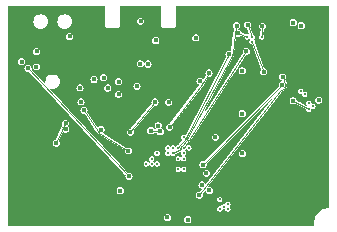
<source format=gbr>
%TF.GenerationSoftware,KiCad,Pcbnew,7.0.7*%
%TF.CreationDate,2024-01-17T15:08:19-08:00*%
%TF.ProjectId,beeper-design,62656570-6572-42d6-9465-7369676e2e6b,rev?*%
%TF.SameCoordinates,Original*%
%TF.FileFunction,Copper,L2,Inr*%
%TF.FilePolarity,Positive*%
%FSLAX46Y46*%
G04 Gerber Fmt 4.6, Leading zero omitted, Abs format (unit mm)*
G04 Created by KiCad (PCBNEW 7.0.7) date 2024-01-17 15:08:19*
%MOMM*%
%LPD*%
G01*
G04 APERTURE LIST*
%TA.AperFunction,ViaPad*%
%ADD10C,0.400000*%
%TD*%
%TA.AperFunction,ViaPad*%
%ADD11C,0.250000*%
%TD*%
%TA.AperFunction,Conductor*%
%ADD12C,0.075000*%
%TD*%
G04 APERTURE END LIST*
D10*
%TO.N,GND*%
X143575073Y-101370644D03*
D11*
X151354476Y-104415097D03*
D10*
X126240526Y-108423762D03*
X152711911Y-111192564D03*
X138422325Y-104037396D03*
X126259751Y-103538415D03*
X148605548Y-102305725D03*
X129713698Y-109601468D03*
X126259751Y-104094665D03*
D11*
X138505165Y-110260086D03*
X136705165Y-112060086D03*
D10*
X140205110Y-107243578D03*
D11*
X139405165Y-111610086D03*
D10*
X144814899Y-99034754D03*
X133897649Y-117005688D03*
D11*
X141191434Y-113867717D03*
X136407665Y-113617586D03*
D10*
X126253026Y-109467512D03*
X152799901Y-103522006D03*
X152711911Y-111784766D03*
D11*
X138505165Y-114760086D03*
D10*
X152793651Y-102990756D03*
D11*
X136705165Y-112960086D03*
D10*
X133890953Y-112656040D03*
X134419031Y-117022690D03*
D11*
X136407665Y-114967586D03*
D10*
X143875200Y-102372149D03*
D11*
X137155165Y-112960086D03*
D10*
X141382907Y-104922276D03*
X146498655Y-113498351D03*
D11*
X138955165Y-112060086D03*
D10*
X152856151Y-99790756D03*
X126246776Y-108942512D03*
X133387602Y-117000021D03*
D11*
X139405165Y-112510086D03*
D10*
X152837401Y-100315756D03*
X149154405Y-106113213D03*
X140194743Y-105415830D03*
X144168737Y-114869371D03*
D11*
X136857665Y-114967586D03*
D10*
X132354230Y-117002334D03*
X152812401Y-101378256D03*
D11*
X139855165Y-112510086D03*
D10*
X152793651Y-102447006D03*
X131841349Y-117005168D03*
D11*
X141655165Y-109810086D03*
X138055165Y-110260086D03*
D10*
X144945957Y-113738611D03*
X132872778Y-117002334D03*
D11*
X138505165Y-111610086D03*
D10*
X152824901Y-100847006D03*
X141700420Y-107317823D03*
X152703073Y-110618040D03*
D11*
X137757665Y-114517586D03*
D10*
X126240526Y-109992512D03*
X126246776Y-107905012D03*
X126244945Y-99856584D03*
X135461795Y-117005688D03*
X126253501Y-101950915D03*
D11*
X141655165Y-111610086D03*
D10*
X152720750Y-110052354D03*
X142647398Y-110810142D03*
X126253026Y-105798762D03*
X126258203Y-100373656D03*
X152694234Y-113720471D03*
X152711911Y-115125845D03*
X126253501Y-100894665D03*
X128251091Y-101228437D03*
D11*
X137757665Y-114967586D03*
D10*
X136830023Y-105006633D03*
X152694234Y-114409900D03*
X134934746Y-117017023D03*
X152793651Y-104047006D03*
D11*
X139405165Y-112060086D03*
D10*
X147316827Y-109072434D03*
X152703073Y-113075236D03*
X126272251Y-104650915D03*
X149161034Y-108872389D03*
D11*
X139855165Y-112060086D03*
D10*
X126247251Y-103000915D03*
X135697203Y-111949233D03*
D11*
X136407665Y-114067586D03*
D10*
X131401879Y-107139540D03*
X138348657Y-105724581D03*
X146839751Y-104076758D03*
X152729402Y-115643825D03*
X126280462Y-105271625D03*
D11*
X138955165Y-111610086D03*
D10*
X126240526Y-107373762D03*
X152793651Y-101903256D03*
X126249365Y-99335093D03*
X126253501Y-102450915D03*
X126240526Y-110517512D03*
X126253501Y-101432165D03*
X126246776Y-106317512D03*
X131325197Y-117003876D03*
X135824509Y-101545734D03*
D11*
X151354476Y-106415097D03*
D10*
X126246776Y-106836262D03*
X152711911Y-112421162D03*
X130804246Y-116979832D03*
D11*
%TO.N,mcu_mcu-etm_data3*%
X139405165Y-110710086D03*
D10*
%TO.N,VBUS*%
X145719549Y-104167509D03*
X138401907Y-101609453D03*
X141795237Y-101387518D03*
X128286276Y-103832108D03*
D11*
%TO.N,VDD1P8*%
X141205165Y-110710086D03*
D10*
X130773738Y-108610382D03*
X129970343Y-110296899D03*
X133758692Y-109149897D03*
%TO.N,AC2*%
X150035218Y-100088430D03*
%TO.N,VDDSYS*%
X135253660Y-106168638D03*
X135245811Y-105084379D03*
X152205282Y-106653960D03*
X133173574Y-104909491D03*
X145736583Y-111169977D03*
D11*
X140755165Y-109810086D03*
D10*
X145717991Y-107794103D03*
%TO.N,QVAR2*%
X141115303Y-116773148D03*
X135382966Y-114320626D03*
%TO.N,FOD*%
X145395132Y-101008981D03*
D11*
X146163236Y-101299687D03*
%TO.N,mcu_mcu-mem_sdio3*%
X140755165Y-112510086D03*
X144512568Y-115468836D03*
D10*
%TO.N,mcu_mcu-uart_tx*%
X131099595Y-101264852D03*
D11*
X138055165Y-112060086D03*
D10*
%TO.N,cap_p1*%
X150713795Y-100350924D03*
D11*
%TO.N,mcu_mcu-etm_clk*%
X139855165Y-110710086D03*
D10*
X136813812Y-105468849D03*
D11*
%TO.N,mcu_conn-uart_rx*%
X138505165Y-112060086D03*
D10*
X128307419Y-102542244D03*
D11*
%TO.N,VDD3P0*%
X151354476Y-107415097D03*
D10*
X139485444Y-106837731D03*
X150032519Y-106716031D03*
%TO.N,OUT-*%
X131981324Y-105628398D03*
D11*
%TO.N,codec-i2c-net_scl*%
X150674476Y-105915097D03*
D10*
X149135986Y-104674643D03*
X142078952Y-114703743D03*
D11*
%TO.N,RECT*%
X147363236Y-101299687D03*
D10*
X147432192Y-100388488D03*
%TO.N,board-io_rgb_r*%
X139570173Y-108951200D03*
X142899067Y-104366671D03*
%TO.N,mcu_q-spi_sdi*%
X132328370Y-107500892D03*
X136085542Y-110946589D03*
%TO.N,SHIELD*%
X137117093Y-99981882D03*
%TO.N,mcu_hap-i2c_sda*%
X137982440Y-109241617D03*
X138776380Y-109309812D03*
%TO.N,mcu_mcu-wpwr2_gpio*%
X146062497Y-102528897D03*
D11*
X140755165Y-110710086D03*
D10*
%TO.N,mcu_mcu-wpwr3_gpio*%
X145245596Y-100348780D03*
D11*
X139855165Y-111160086D03*
D10*
%TO.N,mcu_mcu-etm_data1*%
X138610093Y-108833959D03*
%TO.N,V14*%
X143452612Y-109789874D03*
X139386679Y-116595891D03*
D11*
%TO.N,CLAMP1*%
X146563236Y-101699687D03*
D10*
X147538753Y-104259505D03*
D11*
%TO.N,mcu_mcu-etm_data0*%
X138505165Y-111160086D03*
D10*
%TO.N,VBAT*%
X142151568Y-105049570D03*
D11*
%TO.N,mcu_mcu-mem_sdio2*%
X140305165Y-111610086D03*
X143812568Y-115868836D03*
D10*
%TO.N,codec-i2c-net_sda*%
X142405550Y-112118891D03*
X149104453Y-105382189D03*
D11*
X151014476Y-106165097D03*
D10*
%TO.N,mcu_hap-gpio1_gpio*%
X134334368Y-105632680D03*
D11*
X138055165Y-111610086D03*
D10*
%TO.N,OUT+*%
X132066160Y-106806138D03*
D11*
%TO.N,mcu_mcu-mem_sck*%
X144512568Y-115868836D03*
X140305165Y-112510086D03*
%TO.N,mcu_mcu-mem_cs*%
X140755165Y-111160086D03*
X143812568Y-115068836D03*
%TO.N,mcu_mcu-mem_sdio0*%
X144162568Y-115668836D03*
X139405165Y-111160086D03*
D10*
%TO.N,mcu_hap-i2c_scl*%
X133976982Y-104745882D03*
D11*
X137605165Y-112060086D03*
D10*
%TO.N,mcu_mcu-button2_gpio*%
X142694670Y-112843262D03*
D11*
X140755165Y-111610086D03*
D10*
%TO.N,D+*%
X137089972Y-103576428D03*
X142309553Y-113834073D03*
%TO.N,CLAMP2*%
X146170132Y-100282418D03*
D11*
X146563236Y-101299687D03*
%TO.N,mcu_mcu-wpwr0_gpio*%
X140305165Y-110710086D03*
D10*
X144600759Y-102778021D03*
%TO.N,mcu_mcu-etm_data2*%
X138331450Y-106815731D03*
X136249569Y-109365791D03*
D11*
%TO.N,SP_P*%
X151354476Y-106915097D03*
D10*
%TO.N,mcu_mcu-dbg-m33_swdclk*%
X127049008Y-103397477D03*
%TO.N,D-*%
X137734812Y-103603566D03*
X142929816Y-114303052D03*
%TO.N,QVAR1*%
X130784824Y-109115470D03*
%TO.N,mcu_mcu-dbg-m33_swdio*%
X127590593Y-103948199D03*
X136132564Y-113110803D03*
D11*
%TO.N,SP_N*%
X151694476Y-107165097D03*
%TD*%
D12*
%TO.N,VDD1P8*%
X129970343Y-110296899D02*
X130507671Y-109000641D01*
X130516908Y-108983381D02*
G75*
G03*
X130507672Y-109000641I83192J-55619D01*
G01*
X130516901Y-108983376D02*
X130560256Y-108918492D01*
X130561208Y-108917093D02*
G75*
G03*
X130560256Y-108918492I75692J-52507D01*
G01*
X130561208Y-108917093D02*
X130773738Y-108610382D01*
%TO.N,FOD*%
X146163236Y-101299687D02*
X145395132Y-101008981D01*
%TO.N,VDD3P0*%
X151354476Y-107415097D02*
X150032519Y-106716031D01*
%TO.N,codec-i2c-net_scl*%
X142078952Y-114703743D02*
X148932131Y-105908791D01*
X148949041Y-105891682D02*
G75*
G03*
X148932132Y-105908792I63959J-80118D01*
G01*
X148949041Y-105891682D02*
X149309816Y-105603721D01*
X149309811Y-105603715D02*
G75*
G03*
X149331100Y-105580556I-63911J80115D01*
G01*
X149331100Y-105580556D02*
X149374455Y-105515672D01*
X149374450Y-105515669D02*
G75*
G03*
X149389759Y-105478722I-85250J56969D01*
G01*
X149389760Y-105478722D02*
X149404984Y-105402186D01*
X149404988Y-105402187D02*
G75*
G03*
X149404983Y-105362192I-100588J19987D01*
G01*
X149404984Y-105362192D02*
X149389760Y-105285656D01*
X149389767Y-105285655D02*
G75*
G03*
X149383766Y-105266043I-100567J-20045D01*
G01*
X149383767Y-105266043D02*
X149135986Y-104674643D01*
%TO.N,RECT*%
X147363236Y-101299687D02*
X147432192Y-100388488D01*
%TO.N,board-io_rgb_r*%
X142899067Y-104366671D02*
X142422538Y-105176807D01*
X142419490Y-105181663D02*
G75*
G03*
X142422537Y-105176807I-82990J55463D01*
G01*
X142419491Y-105181664D02*
X142376136Y-105246549D01*
X142372704Y-105251373D02*
G75*
G03*
X142376136Y-105246549I-79204J59973D01*
G01*
X142372702Y-105251372D02*
X139570173Y-108951200D01*
%TO.N,mcu_q-spi_sdi*%
X136085542Y-110946589D02*
X133629357Y-109419599D01*
X133626598Y-109417820D02*
G75*
G03*
X133629357Y-109419599I54502J81520D01*
G01*
X133626598Y-109417820D02*
X133561713Y-109374465D01*
X133534126Y-109346873D02*
G75*
G03*
X133561713Y-109374464I83174J55573D01*
G01*
X133534123Y-109346875D02*
X133490769Y-109281991D01*
X133490173Y-109281087D02*
G75*
G03*
X133490769Y-109281991I68227J44387D01*
G01*
X133490172Y-109281087D02*
X132328370Y-107500892D01*
%TO.N,mcu_hap-i2c_sda*%
X138776380Y-109309812D02*
X137982440Y-109241617D01*
%TO.N,mcu_mcu-wpwr2_gpio*%
X140755165Y-110710086D02*
X141183100Y-110065285D01*
X141183100Y-110065285D02*
G75*
G03*
X141185434Y-110061725I-296000J196585D01*
G01*
X141185434Y-110061725D02*
X146062497Y-102528897D01*
%TO.N,mcu_mcu-wpwr3_gpio*%
X139855165Y-111160086D02*
X140394153Y-110916710D01*
X140394154Y-110916712D02*
G75*
G03*
X140408556Y-110908717I-41154J91112D01*
G01*
X140408557Y-110908718D02*
X140449110Y-110881621D01*
X140449107Y-110881616D02*
G75*
G03*
X140476700Y-110854031I-55507J83116D01*
G01*
X140476700Y-110854031D02*
X140503797Y-110813478D01*
X140503783Y-110813468D02*
G75*
G03*
X140519247Y-110774604I-83083J55568D01*
G01*
X140519248Y-110774604D02*
X140541081Y-110645568D01*
X140556547Y-110606702D02*
G75*
G03*
X140541081Y-110645568I83153J-55598D01*
G01*
X140556533Y-110606693D02*
X140583629Y-110566140D01*
X140590949Y-110556494D02*
G75*
G03*
X140583629Y-110566140I76051J-65306D01*
G01*
X140590954Y-110556498D02*
X141023632Y-110053323D01*
X141023634Y-110053325D02*
G75*
G03*
X141041027Y-110030422I-180234J154925D01*
G01*
X141041027Y-110030422D02*
X141068124Y-109989869D01*
X141068127Y-109989871D02*
G75*
G03*
X141079913Y-109970237I-197427J131871D01*
G01*
X141079914Y-109970237D02*
X144873646Y-102901848D01*
X144873659Y-102901855D02*
G75*
G03*
X144883612Y-102874067I-88159J47255D01*
G01*
X144883613Y-102874067D02*
X144898837Y-102797530D01*
X144898838Y-102797530D02*
G75*
G03*
X144900167Y-102788877I-98338J19530D01*
G01*
X144900168Y-102788877D02*
X145095723Y-100998125D01*
X145097050Y-100989471D02*
G75*
G03*
X145095724Y-100998125I97850J-19429D01*
G01*
X145097053Y-100989472D02*
X145112277Y-100912935D01*
X145113041Y-100909436D02*
G75*
G03*
X145112278Y-100912935I95959J-22764D01*
G01*
X145113039Y-100909435D02*
X145245596Y-100348780D01*
%TO.N,CLAMP1*%
X146563236Y-101699687D02*
X147538753Y-104259505D01*
%TO.N,codec-i2c-net_sda*%
X142405550Y-112118891D02*
X149104453Y-105382189D01*
%TO.N,CLAMP2*%
X146563236Y-101299687D02*
X146170132Y-100282418D01*
%TO.N,mcu_mcu-wpwr0_gpio*%
X144600759Y-102778021D02*
X140959697Y-109903424D01*
X140953795Y-109913477D02*
G75*
G03*
X140959696Y-109903424I-82995J55477D01*
G01*
X140953797Y-109913478D02*
X140926700Y-109954031D01*
X140919380Y-109963677D02*
G75*
G03*
X140926699Y-109954031I-75880J65177D01*
G01*
X140919376Y-109963673D02*
X140486698Y-110466849D01*
X140486698Y-110466849D02*
G75*
G03*
X140476161Y-110480022I180602J-155251D01*
G01*
X140476161Y-110480022D02*
X140305165Y-110710086D01*
%TO.N,mcu_mcu-etm_data2*%
X136249569Y-109365791D02*
X138331450Y-106815731D01*
%TO.N,mcu_mcu-dbg-m33_swdio*%
X136132564Y-113110803D02*
X127590593Y-103948199D01*
%TD*%
%TA.AperFunction,Conductor*%
%TO.N,GND*%
G36*
X131442529Y-98686112D02*
G01*
X131456880Y-98693644D01*
X134071869Y-98693644D01*
X134106517Y-98707996D01*
X134120869Y-98742644D01*
X134120868Y-100351084D01*
X134117686Y-100368455D01*
X134116822Y-100370733D01*
X134116822Y-100370734D01*
X134120690Y-100402592D01*
X134120869Y-100405548D01*
X134120869Y-100415061D01*
X134123145Y-100424297D01*
X134123678Y-100427207D01*
X134127547Y-100459064D01*
X134127548Y-100459066D01*
X134128930Y-100461068D01*
X134136176Y-100477167D01*
X134136761Y-100479537D01*
X134148556Y-100492851D01*
X134158037Y-100503552D01*
X134159861Y-100505880D01*
X134178093Y-100532294D01*
X134180246Y-100533424D01*
X134194150Y-100544316D01*
X134195763Y-100546137D01*
X134195764Y-100546137D01*
X134195765Y-100546138D01*
X134225772Y-100557518D01*
X134228456Y-100558726D01*
X134256880Y-100573644D01*
X134259309Y-100573644D01*
X134276685Y-100576828D01*
X134278960Y-100577691D01*
X134278960Y-100577690D01*
X134278961Y-100577691D01*
X134286093Y-100576825D01*
X134310820Y-100573823D01*
X134313775Y-100573644D01*
X135109309Y-100573644D01*
X135126685Y-100576828D01*
X135128960Y-100577691D01*
X135128960Y-100577690D01*
X135128961Y-100577691D01*
X135136093Y-100576825D01*
X135160820Y-100573823D01*
X135163775Y-100573644D01*
X135173285Y-100573644D01*
X135173286Y-100573644D01*
X135182527Y-100571365D01*
X135185434Y-100570833D01*
X135209023Y-100567968D01*
X135217291Y-100566965D01*
X135219289Y-100565585D01*
X135235400Y-100558333D01*
X135237762Y-100557752D01*
X135261794Y-100536460D01*
X135264086Y-100534664D01*
X135290519Y-100516420D01*
X135291649Y-100514265D01*
X135302544Y-100500359D01*
X135304363Y-100498748D01*
X135315742Y-100468742D01*
X135316958Y-100466044D01*
X135330882Y-100439513D01*
X135331869Y-100437633D01*
X135331869Y-100435201D01*
X135335053Y-100417827D01*
X135335916Y-100415552D01*
X135333789Y-100398037D01*
X135332048Y-100383693D01*
X135331869Y-100380738D01*
X135331869Y-99981882D01*
X136811957Y-99981882D01*
X136830359Y-100086247D01*
X136883343Y-100178018D01*
X136883345Y-100178021D01*
X136964524Y-100246138D01*
X137064107Y-100282382D01*
X137170079Y-100282382D01*
X137269661Y-100246138D01*
X137350840Y-100178021D01*
X137350842Y-100178018D01*
X137403826Y-100086247D01*
X137403826Y-100086246D01*
X137403827Y-100086245D01*
X137422229Y-99981882D01*
X137403827Y-99877519D01*
X137403826Y-99877517D01*
X137403826Y-99877516D01*
X137350842Y-99785745D01*
X137350840Y-99785742D01*
X137269661Y-99717625D01*
X137170079Y-99681382D01*
X137064107Y-99681382D01*
X136964524Y-99717625D01*
X136883345Y-99785742D01*
X136883343Y-99785745D01*
X136830359Y-99877516D01*
X136811957Y-99981882D01*
X135331869Y-99981882D01*
X135331869Y-98742644D01*
X135346221Y-98707996D01*
X135380869Y-98693644D01*
X138821869Y-98693644D01*
X138856517Y-98707996D01*
X138870869Y-98742644D01*
X138870869Y-100351084D01*
X138867685Y-100368460D01*
X138866822Y-100370735D01*
X138870690Y-100402592D01*
X138870869Y-100405548D01*
X138870869Y-100415061D01*
X138873145Y-100424297D01*
X138873678Y-100427207D01*
X138877547Y-100459064D01*
X138877548Y-100459066D01*
X138878930Y-100461068D01*
X138886176Y-100477167D01*
X138886761Y-100479537D01*
X138898556Y-100492851D01*
X138908037Y-100503552D01*
X138909861Y-100505880D01*
X138928093Y-100532294D01*
X138930246Y-100533424D01*
X138944150Y-100544316D01*
X138945763Y-100546137D01*
X138945764Y-100546137D01*
X138945765Y-100546138D01*
X138975772Y-100557518D01*
X138978456Y-100558726D01*
X139006880Y-100573644D01*
X139009309Y-100573644D01*
X139026685Y-100576828D01*
X139028960Y-100577691D01*
X139028960Y-100577690D01*
X139028961Y-100577691D01*
X139036093Y-100576825D01*
X139060820Y-100573823D01*
X139063775Y-100573644D01*
X139859309Y-100573644D01*
X139876685Y-100576828D01*
X139878960Y-100577691D01*
X139878960Y-100577690D01*
X139878961Y-100577691D01*
X139886093Y-100576825D01*
X139910820Y-100573823D01*
X139913775Y-100573644D01*
X139923285Y-100573644D01*
X139923286Y-100573644D01*
X139932527Y-100571365D01*
X139935434Y-100570833D01*
X139959023Y-100567968D01*
X139967291Y-100566965D01*
X139969289Y-100565585D01*
X139985400Y-100558333D01*
X139987762Y-100557752D01*
X140011794Y-100536460D01*
X140014086Y-100534664D01*
X140040519Y-100516420D01*
X140041649Y-100514265D01*
X140052544Y-100500359D01*
X140054363Y-100498748D01*
X140065742Y-100468742D01*
X140066958Y-100466044D01*
X140080882Y-100439513D01*
X140081869Y-100437633D01*
X140081869Y-100435201D01*
X140085053Y-100417827D01*
X140085916Y-100415552D01*
X140083789Y-100398037D01*
X140082048Y-100383693D01*
X140081869Y-100380738D01*
X140081869Y-98742644D01*
X140096221Y-98707996D01*
X140130869Y-98693644D01*
X142723286Y-98693644D01*
X142770836Y-98681924D01*
X142782562Y-98680500D01*
X153020500Y-98680500D01*
X153055148Y-98694852D01*
X153069500Y-98729500D01*
X153069500Y-115770500D01*
X153055148Y-115805148D01*
X153020500Y-115819500D01*
X153000000Y-115819500D01*
X152907093Y-115819500D01*
X152872555Y-115824970D01*
X152723568Y-115848567D01*
X152723565Y-115848568D01*
X152546843Y-115905988D01*
X152381285Y-115990344D01*
X152230954Y-116099566D01*
X152099566Y-116230954D01*
X151990344Y-116381285D01*
X151905988Y-116546843D01*
X151848568Y-116723565D01*
X151848567Y-116723568D01*
X151819500Y-116907093D01*
X151819500Y-117270500D01*
X151805148Y-117305148D01*
X151770500Y-117319500D01*
X125979500Y-117319500D01*
X125944852Y-117305148D01*
X125930500Y-117270500D01*
X125930500Y-116595890D01*
X139081543Y-116595890D01*
X139099945Y-116700256D01*
X139152929Y-116792027D01*
X139152931Y-116792030D01*
X139234110Y-116860147D01*
X139333693Y-116896391D01*
X139439665Y-116896391D01*
X139539247Y-116860147D01*
X139620426Y-116792030D01*
X139620428Y-116792027D01*
X139631328Y-116773148D01*
X140810167Y-116773148D01*
X140828569Y-116877513D01*
X140881553Y-116969284D01*
X140881555Y-116969287D01*
X140962734Y-117037404D01*
X141062317Y-117073648D01*
X141168289Y-117073648D01*
X141267871Y-117037404D01*
X141349050Y-116969287D01*
X141349052Y-116969284D01*
X141402036Y-116877513D01*
X141402036Y-116877512D01*
X141402037Y-116877511D01*
X141420439Y-116773148D01*
X141402037Y-116668785D01*
X141402036Y-116668783D01*
X141402036Y-116668782D01*
X141349052Y-116577011D01*
X141349050Y-116577008D01*
X141267871Y-116508891D01*
X141168289Y-116472648D01*
X141062317Y-116472648D01*
X140962734Y-116508891D01*
X140881555Y-116577008D01*
X140881553Y-116577011D01*
X140828569Y-116668782D01*
X140810167Y-116773148D01*
X139631328Y-116773148D01*
X139673412Y-116700256D01*
X139673412Y-116700255D01*
X139673413Y-116700254D01*
X139691815Y-116595891D01*
X139673413Y-116491528D01*
X139673412Y-116491526D01*
X139673412Y-116491525D01*
X139620428Y-116399754D01*
X139620426Y-116399751D01*
X139539247Y-116331634D01*
X139439665Y-116295391D01*
X139333693Y-116295391D01*
X139234110Y-116331634D01*
X139152931Y-116399751D01*
X139152929Y-116399754D01*
X139099945Y-116491525D01*
X139081543Y-116595890D01*
X125930500Y-116595890D01*
X125930500Y-115868836D01*
X143582650Y-115868836D01*
X143585706Y-115884198D01*
X143600151Y-115956822D01*
X143649990Y-116031413D01*
X143699830Y-116064714D01*
X143724582Y-116081253D01*
X143812568Y-116098754D01*
X143900554Y-116081253D01*
X143975145Y-116031413D01*
X144024985Y-115956822D01*
X144031772Y-115922695D01*
X144052608Y-115891514D01*
X144089386Y-115884197D01*
X144162568Y-115898754D01*
X144235746Y-115884198D01*
X144272527Y-115891515D01*
X144293362Y-115922697D01*
X144300150Y-115956820D01*
X144349990Y-116031413D01*
X144399830Y-116064714D01*
X144424582Y-116081253D01*
X144512568Y-116098754D01*
X144600554Y-116081253D01*
X144675145Y-116031413D01*
X144724985Y-115956822D01*
X144742486Y-115868836D01*
X144724985Y-115780850D01*
X144675145Y-115706259D01*
X144675144Y-115706257D01*
X144672371Y-115703484D01*
X144658019Y-115668836D01*
X144672371Y-115634188D01*
X144675144Y-115631414D01*
X144708929Y-115580851D01*
X144724985Y-115556822D01*
X144742486Y-115468836D01*
X144724985Y-115380850D01*
X144708446Y-115356098D01*
X144675145Y-115306258D01*
X144600554Y-115256419D01*
X144512568Y-115238918D01*
X144424581Y-115256419D01*
X144349990Y-115306258D01*
X144300150Y-115380851D01*
X144293362Y-115414975D01*
X144272526Y-115446157D01*
X144235746Y-115453473D01*
X144162568Y-115438918D01*
X144162567Y-115438918D01*
X144074581Y-115456419D01*
X143999990Y-115506258D01*
X143950150Y-115580851D01*
X143943362Y-115614975D01*
X143922526Y-115646157D01*
X143885746Y-115653473D01*
X143812568Y-115638918D01*
X143812567Y-115638918D01*
X143724581Y-115656419D01*
X143649990Y-115706258D01*
X143600151Y-115780849D01*
X143586682Y-115848567D01*
X143582650Y-115868836D01*
X125930500Y-115868836D01*
X125930500Y-115068835D01*
X143582650Y-115068835D01*
X143600151Y-115156822D01*
X143649990Y-115231413D01*
X143687415Y-115256419D01*
X143724582Y-115281253D01*
X143812568Y-115298754D01*
X143900554Y-115281253D01*
X143975145Y-115231413D01*
X144024985Y-115156822D01*
X144042486Y-115068836D01*
X144024985Y-114980850D01*
X144008446Y-114956098D01*
X143975145Y-114906258D01*
X143900554Y-114856419D01*
X143812568Y-114838918D01*
X143724581Y-114856419D01*
X143649990Y-114906258D01*
X143600151Y-114980849D01*
X143582650Y-115068835D01*
X125930500Y-115068835D01*
X125930500Y-114703743D01*
X141773816Y-114703743D01*
X141792218Y-114808108D01*
X141845202Y-114899879D01*
X141845204Y-114899882D01*
X141926383Y-114967999D01*
X142025966Y-115004243D01*
X142131938Y-115004243D01*
X142231520Y-114967999D01*
X142312699Y-114899882D01*
X142312701Y-114899879D01*
X142365685Y-114808108D01*
X142365685Y-114808107D01*
X142365686Y-114808106D01*
X142384088Y-114703743D01*
X142365686Y-114599380D01*
X142365684Y-114599377D01*
X142365684Y-114599375D01*
X142365262Y-114598214D01*
X142365305Y-114597223D01*
X142364941Y-114595158D01*
X142365398Y-114595077D01*
X142366898Y-114560747D01*
X142372656Y-114551338D01*
X142399597Y-114516764D01*
X142546113Y-114328734D01*
X142578729Y-114310226D01*
X142614881Y-114320202D01*
X142633019Y-114350344D01*
X142643082Y-114407417D01*
X142696066Y-114499188D01*
X142696068Y-114499191D01*
X142777247Y-114567308D01*
X142876830Y-114603552D01*
X142982802Y-114603552D01*
X143082384Y-114567308D01*
X143163563Y-114499191D01*
X143163565Y-114499188D01*
X143216549Y-114407417D01*
X143216549Y-114407416D01*
X143216550Y-114407415D01*
X143234952Y-114303052D01*
X143216550Y-114198689D01*
X143216549Y-114198687D01*
X143216549Y-114198686D01*
X143163565Y-114106915D01*
X143163563Y-114106912D01*
X143082384Y-114038795D01*
X142982802Y-114002552D01*
X142900581Y-114002552D01*
X142865933Y-113988200D01*
X142851581Y-113953552D01*
X142861930Y-113923434D01*
X142931562Y-113834073D01*
X145007471Y-111169977D01*
X145431447Y-111169977D01*
X145449849Y-111274342D01*
X145502833Y-111366113D01*
X145502835Y-111366116D01*
X145584014Y-111434233D01*
X145683597Y-111470477D01*
X145789569Y-111470477D01*
X145889151Y-111434233D01*
X145970330Y-111366116D01*
X145970332Y-111366113D01*
X146023316Y-111274342D01*
X146023316Y-111274341D01*
X146023317Y-111274340D01*
X146041719Y-111169977D01*
X146023317Y-111065614D01*
X146023316Y-111065612D01*
X146023316Y-111065611D01*
X145970332Y-110973840D01*
X145970330Y-110973837D01*
X145889151Y-110905720D01*
X145789569Y-110869477D01*
X145683597Y-110869477D01*
X145584014Y-110905720D01*
X145502835Y-110973837D01*
X145502833Y-110973840D01*
X145449849Y-111065611D01*
X145431447Y-111169977D01*
X145007471Y-111169977D01*
X148478063Y-106716031D01*
X149727383Y-106716031D01*
X149730440Y-106733368D01*
X149745785Y-106820396D01*
X149798769Y-106912167D01*
X149798771Y-106912170D01*
X149879950Y-106980287D01*
X149979533Y-107016531D01*
X150085505Y-107016531D01*
X150185087Y-106980287D01*
X150185094Y-106980280D01*
X150186455Y-106979496D01*
X150187719Y-106979329D01*
X150189116Y-106978821D01*
X150189228Y-106979130D01*
X150223636Y-106974596D01*
X150233864Y-106978610D01*
X151111626Y-107442782D01*
X151135546Y-107471666D01*
X151136778Y-107476538D01*
X151142058Y-107503081D01*
X151191898Y-107577674D01*
X151222268Y-107597966D01*
X151266490Y-107627514D01*
X151354476Y-107645015D01*
X151442462Y-107627514D01*
X151517053Y-107577674D01*
X151566893Y-107503083D01*
X151582867Y-107422773D01*
X151603702Y-107391592D01*
X151640482Y-107384275D01*
X151640484Y-107384275D01*
X151640484Y-107384276D01*
X151694473Y-107395015D01*
X151694474Y-107395015D01*
X151694474Y-107395014D01*
X151694476Y-107395015D01*
X151782462Y-107377514D01*
X151857053Y-107327674D01*
X151906893Y-107253083D01*
X151924394Y-107165097D01*
X151906893Y-107077111D01*
X151890354Y-107052359D01*
X151857053Y-107002519D01*
X151782462Y-106952680D01*
X151729251Y-106942096D01*
X151694476Y-106935179D01*
X151694475Y-106935179D01*
X151640484Y-106945918D01*
X151603701Y-106938601D01*
X151582866Y-106907419D01*
X151566893Y-106827111D01*
X151520932Y-106758325D01*
X151517053Y-106752519D01*
X151442462Y-106702680D01*
X151420029Y-106698218D01*
X151354476Y-106685179D01*
X151354475Y-106685179D01*
X151266489Y-106702680D01*
X151191898Y-106752519D01*
X151142059Y-106827110D01*
X151137487Y-106850099D01*
X151124558Y-106915097D01*
X151128889Y-106936870D01*
X151142059Y-107003083D01*
X151182749Y-107063980D01*
X151190065Y-107100763D01*
X151169230Y-107131945D01*
X151132447Y-107139261D01*
X151119101Y-107134519D01*
X150581252Y-106850099D01*
X150359862Y-106733025D01*
X150335943Y-106704142D01*
X150334517Y-106698234D01*
X150326710Y-106653960D01*
X151900146Y-106653960D01*
X151918548Y-106758325D01*
X151971532Y-106850096D01*
X151971534Y-106850099D01*
X152052713Y-106918216D01*
X152152296Y-106954460D01*
X152258268Y-106954460D01*
X152357850Y-106918216D01*
X152439029Y-106850099D01*
X152439031Y-106850096D01*
X152456180Y-106820394D01*
X152492016Y-106758323D01*
X152510418Y-106653960D01*
X152492016Y-106549597D01*
X152492015Y-106549595D01*
X152492015Y-106549594D01*
X152439031Y-106457823D01*
X152439029Y-106457820D01*
X152357850Y-106389703D01*
X152258268Y-106353460D01*
X152152296Y-106353460D01*
X152052713Y-106389703D01*
X151971534Y-106457820D01*
X151971532Y-106457823D01*
X151918548Y-106549594D01*
X151900146Y-106653960D01*
X150326710Y-106653960D01*
X150319253Y-106611668D01*
X150314399Y-106603261D01*
X150266268Y-106519894D01*
X150266266Y-106519891D01*
X150185087Y-106451774D01*
X150085505Y-106415531D01*
X149979533Y-106415531D01*
X149879950Y-106451774D01*
X149798771Y-106519891D01*
X149798769Y-106519894D01*
X149745785Y-106611665D01*
X149729737Y-106702680D01*
X149727383Y-106716031D01*
X148478063Y-106716031D01*
X149017176Y-106024166D01*
X149017182Y-106024161D01*
X149021628Y-106018454D01*
X149021630Y-106018454D01*
X149034848Y-106001487D01*
X149042930Y-105993310D01*
X149140920Y-105915097D01*
X150444558Y-105915097D01*
X150455976Y-105972500D01*
X150462059Y-106003083D01*
X150511898Y-106077674D01*
X150552385Y-106104726D01*
X150586490Y-106127514D01*
X150674476Y-106145015D01*
X150674477Y-106145014D01*
X150674478Y-106145015D01*
X150674479Y-106145015D01*
X150728467Y-106134276D01*
X150765249Y-106141592D01*
X150786084Y-106172775D01*
X150802057Y-106253080D01*
X150851898Y-106327674D01*
X150901738Y-106360975D01*
X150926490Y-106377514D01*
X151014476Y-106395015D01*
X151102462Y-106377514D01*
X151177053Y-106327674D01*
X151226893Y-106253083D01*
X151244394Y-106165097D01*
X151226893Y-106077111D01*
X151191513Y-106024161D01*
X151177053Y-106002519D01*
X151102462Y-105952680D01*
X151068466Y-105945918D01*
X151014476Y-105935179D01*
X151014475Y-105935179D01*
X150960484Y-105945918D01*
X150923701Y-105938601D01*
X150902866Y-105907419D01*
X150886893Y-105827111D01*
X150842627Y-105760862D01*
X150837053Y-105752519D01*
X150762462Y-105702680D01*
X150674476Y-105685179D01*
X150586489Y-105702680D01*
X150511898Y-105752519D01*
X150462059Y-105827110D01*
X150462058Y-105827111D01*
X150462059Y-105827111D01*
X150444558Y-105915097D01*
X149140920Y-105915097D01*
X149410102Y-105700244D01*
X149410105Y-105700239D01*
X149410244Y-105700095D01*
X149415138Y-105694458D01*
X149423180Y-105686566D01*
X149430431Y-105677814D01*
X149435611Y-105672488D01*
X149435748Y-105672332D01*
X149440656Y-105664988D01*
X149445826Y-105657250D01*
X149463331Y-105631065D01*
X149463331Y-105631062D01*
X149466535Y-105626270D01*
X149466564Y-105626211D01*
X149482864Y-105601818D01*
X149489194Y-105592347D01*
X149489193Y-105592346D01*
X149498903Y-105577818D01*
X149498905Y-105577812D01*
X149499290Y-105577236D01*
X149499556Y-105576449D01*
X149500782Y-105573486D01*
X149511889Y-105550972D01*
X149519982Y-105527137D01*
X149521203Y-105524193D01*
X149521564Y-105523462D01*
X149522562Y-105518443D01*
X149525104Y-105505670D01*
X149529801Y-105482074D01*
X149531254Y-105474778D01*
X149531253Y-105474777D01*
X149532387Y-105469085D01*
X149532391Y-105469026D01*
X149533014Y-105465895D01*
X149533033Y-105465839D01*
X149536505Y-105448371D01*
X149536919Y-105446282D01*
X149536923Y-105446277D01*
X149540340Y-105429081D01*
X149540341Y-105429081D01*
X149543413Y-105413625D01*
X149543413Y-105413620D01*
X149543874Y-105411301D01*
X149543873Y-105411301D01*
X149543876Y-105411291D01*
X149543825Y-105410515D01*
X149543825Y-105407311D01*
X149545470Y-105382178D01*
X149545470Y-105382177D01*
X149544308Y-105364483D01*
X149543823Y-105357087D01*
X149543823Y-105353892D01*
X149543876Y-105353087D01*
X149539717Y-105332180D01*
X149534187Y-105304376D01*
X149532769Y-105297245D01*
X149532769Y-105297244D01*
X149532766Y-105297236D01*
X149532390Y-105295344D01*
X149532379Y-105295209D01*
X149529156Y-105279039D01*
X149529158Y-105279026D01*
X149523551Y-105250884D01*
X149523550Y-105250882D01*
X149523534Y-105250799D01*
X149523518Y-105250740D01*
X149522517Y-105245709D01*
X149521564Y-105240916D01*
X149520531Y-105237874D01*
X149520917Y-105237742D01*
X149519304Y-105232462D01*
X149518910Y-105232570D01*
X149518068Y-105229480D01*
X149518067Y-105229471D01*
X149516445Y-105225601D01*
X149514185Y-105220205D01*
X149514175Y-105220178D01*
X149514136Y-105220085D01*
X149512222Y-105215521D01*
X149387909Y-104918813D01*
X149377990Y-104895137D01*
X149377838Y-104857634D01*
X149380749Y-104851702D01*
X149422719Y-104779008D01*
X149422719Y-104779007D01*
X149422720Y-104779006D01*
X149441122Y-104674643D01*
X149422720Y-104570280D01*
X149422719Y-104570278D01*
X149422719Y-104570277D01*
X149369735Y-104478506D01*
X149369733Y-104478503D01*
X149288554Y-104410386D01*
X149188972Y-104374143D01*
X149083000Y-104374143D01*
X148983417Y-104410386D01*
X148902238Y-104478503D01*
X148902236Y-104478506D01*
X148849252Y-104570277D01*
X148830850Y-104674643D01*
X148849252Y-104779008D01*
X148902236Y-104870779D01*
X148902238Y-104870782D01*
X148983417Y-104938899D01*
X149033209Y-104957021D01*
X149083000Y-104975143D01*
X149083001Y-104975143D01*
X149087223Y-104975888D01*
X149086831Y-104978110D01*
X149114315Y-104989495D01*
X149124860Y-105005206D01*
X149128441Y-105013752D01*
X149128595Y-105051255D01*
X149102185Y-105077882D01*
X149083248Y-105081689D01*
X149051467Y-105081689D01*
X148951884Y-105117932D01*
X148870705Y-105186049D01*
X148870703Y-105186052D01*
X148817719Y-105277823D01*
X148799317Y-105382189D01*
X148811548Y-105451559D01*
X148803430Y-105488173D01*
X148798038Y-105494618D01*
X142518218Y-111809873D01*
X142483610Y-111824322D01*
X142466715Y-111821368D01*
X142458536Y-111818391D01*
X142352564Y-111818391D01*
X142252981Y-111854634D01*
X142171802Y-111922751D01*
X142171800Y-111922754D01*
X142118816Y-112014525D01*
X142100414Y-112118891D01*
X142118816Y-112223256D01*
X142171800Y-112315027D01*
X142171802Y-112315030D01*
X142252981Y-112383147D01*
X142352564Y-112419391D01*
X142458536Y-112419391D01*
X142558118Y-112383147D01*
X142639297Y-112315030D01*
X142639299Y-112315027D01*
X142692283Y-112223256D01*
X142692283Y-112223255D01*
X142692284Y-112223254D01*
X142710686Y-112118891D01*
X142698453Y-112049519D01*
X142706570Y-112012906D01*
X142711958Y-112006465D01*
X148119067Y-106568846D01*
X148153672Y-106554399D01*
X148188361Y-106568653D01*
X148202810Y-106603261D01*
X148192461Y-106633517D01*
X142669387Y-113721495D01*
X142636770Y-113740004D01*
X142600618Y-113730028D01*
X142588301Y-113715877D01*
X142543302Y-113637936D01*
X142543300Y-113637933D01*
X142462121Y-113569816D01*
X142362539Y-113533573D01*
X142256567Y-113533573D01*
X142156984Y-113569816D01*
X142075805Y-113637933D01*
X142075803Y-113637936D01*
X142022819Y-113729707D01*
X142004417Y-113834073D01*
X142022819Y-113938438D01*
X142075803Y-114030209D01*
X142075805Y-114030212D01*
X142156984Y-114098329D01*
X142260595Y-114136039D01*
X142260237Y-114137021D01*
X142287956Y-114154676D01*
X142296078Y-114191289D01*
X142286472Y-114212904D01*
X142152870Y-114384361D01*
X142120253Y-114402870D01*
X142114219Y-114403243D01*
X142025966Y-114403243D01*
X141926383Y-114439486D01*
X141845204Y-114507603D01*
X141845202Y-114507606D01*
X141792218Y-114599377D01*
X141773816Y-114703743D01*
X125930500Y-114703743D01*
X125930500Y-114320625D01*
X135077830Y-114320625D01*
X135096232Y-114424991D01*
X135149216Y-114516762D01*
X135149218Y-114516765D01*
X135230397Y-114584882D01*
X135329980Y-114621126D01*
X135435952Y-114621126D01*
X135535534Y-114584882D01*
X135616713Y-114516765D01*
X135616715Y-114516762D01*
X135669699Y-114424991D01*
X135669699Y-114424990D01*
X135669700Y-114424989D01*
X135688102Y-114320626D01*
X135669700Y-114216263D01*
X135669699Y-114216261D01*
X135669699Y-114216260D01*
X135616715Y-114124489D01*
X135616713Y-114124486D01*
X135535534Y-114056369D01*
X135435952Y-114020126D01*
X135329980Y-114020126D01*
X135230397Y-114056369D01*
X135149218Y-114124486D01*
X135149216Y-114124489D01*
X135096232Y-114216260D01*
X135077830Y-114320625D01*
X125930500Y-114320625D01*
X125930500Y-110296899D01*
X129665207Y-110296899D01*
X129683609Y-110401264D01*
X129736593Y-110493035D01*
X129736595Y-110493038D01*
X129817774Y-110561155D01*
X129917357Y-110597399D01*
X130023329Y-110597399D01*
X130122911Y-110561155D01*
X130204090Y-110493038D01*
X130204092Y-110493035D01*
X130257076Y-110401264D01*
X130257076Y-110401263D01*
X130257077Y-110401262D01*
X130275479Y-110296899D01*
X130257077Y-110192536D01*
X130257076Y-110192534D01*
X130257076Y-110192533D01*
X130218918Y-110126443D01*
X130214395Y-110118609D01*
X130209501Y-110081429D01*
X130211561Y-110075361D01*
X130508486Y-109359052D01*
X130535010Y-109332542D01*
X130572513Y-109332552D01*
X130585247Y-109340281D01*
X130632255Y-109379726D01*
X130731838Y-109415970D01*
X130837810Y-109415970D01*
X130937392Y-109379726D01*
X131018571Y-109311609D01*
X131018573Y-109311606D01*
X131071557Y-109219835D01*
X131071557Y-109219834D01*
X131071558Y-109219833D01*
X131089960Y-109115470D01*
X131071558Y-109011107D01*
X131071557Y-109011105D01*
X131071557Y-109011104D01*
X131018573Y-108919333D01*
X131018569Y-108919328D01*
X130990541Y-108895810D01*
X130973223Y-108862545D01*
X130984501Y-108826778D01*
X130990542Y-108820737D01*
X131007486Y-108806520D01*
X131060472Y-108714745D01*
X131078874Y-108610382D01*
X131060472Y-108506019D01*
X131060471Y-108506017D01*
X131060471Y-108506016D01*
X131007487Y-108414245D01*
X131007485Y-108414242D01*
X130926306Y-108346125D01*
X130826724Y-108309882D01*
X130720752Y-108309882D01*
X130621169Y-108346125D01*
X130539990Y-108414242D01*
X130539988Y-108414245D01*
X130487004Y-108506016D01*
X130468602Y-108610381D01*
X130468602Y-108610382D01*
X130487004Y-108714745D01*
X130492625Y-108724481D01*
X130497521Y-108761663D01*
X130490466Y-108776889D01*
X130457991Y-108823755D01*
X130456280Y-108825947D01*
X130455613Y-108826708D01*
X130446612Y-108840177D01*
X130437430Y-108853428D01*
X130436971Y-108854320D01*
X130435560Y-108856716D01*
X130392065Y-108921811D01*
X130390645Y-108924691D01*
X130390151Y-108924447D01*
X130388269Y-108927966D01*
X130388748Y-108928243D01*
X130387142Y-108931022D01*
X130379764Y-108948820D01*
X130366159Y-108981603D01*
X130366121Y-108981733D01*
X129958031Y-109966215D01*
X129931506Y-109992727D01*
X129921280Y-109995707D01*
X129917356Y-109996399D01*
X129817774Y-110032642D01*
X129736595Y-110100759D01*
X129736593Y-110100762D01*
X129683609Y-110192533D01*
X129665207Y-110296899D01*
X125930500Y-110296899D01*
X125930500Y-103948199D01*
X127285457Y-103948199D01*
X127303859Y-104052564D01*
X127356843Y-104144335D01*
X127356845Y-104144338D01*
X127438024Y-104212455D01*
X127537607Y-104248699D01*
X127643578Y-104248699D01*
X127643579Y-104248699D01*
X127643579Y-104248698D01*
X127647803Y-104247954D01*
X127648095Y-104249611D01*
X127679282Y-104250957D01*
X127694436Y-104261963D01*
X135664444Y-112811047D01*
X135829296Y-112987876D01*
X135842425Y-113023006D01*
X135841711Y-113029797D01*
X135827428Y-113110802D01*
X135845830Y-113215168D01*
X135898814Y-113306939D01*
X135898816Y-113306942D01*
X135979995Y-113375059D01*
X136079578Y-113411303D01*
X136185550Y-113411303D01*
X136285132Y-113375059D01*
X136366311Y-113306942D01*
X136366313Y-113306939D01*
X136419297Y-113215168D01*
X136419297Y-113215167D01*
X136419298Y-113215166D01*
X136437700Y-113110803D01*
X136419298Y-113006440D01*
X136419297Y-113006438D01*
X136419297Y-113006437D01*
X136366313Y-112914666D01*
X136366311Y-112914663D01*
X136285132Y-112846546D01*
X136276109Y-112843262D01*
X142389534Y-112843262D01*
X142407936Y-112947627D01*
X142460920Y-113039398D01*
X142460922Y-113039401D01*
X142542101Y-113107518D01*
X142641684Y-113143762D01*
X142747656Y-113143762D01*
X142847238Y-113107518D01*
X142928417Y-113039401D01*
X142928419Y-113039398D01*
X142981403Y-112947627D01*
X142981403Y-112947626D01*
X142981404Y-112947625D01*
X142999806Y-112843262D01*
X142981404Y-112738899D01*
X142981403Y-112738897D01*
X142981403Y-112738896D01*
X142928419Y-112647125D01*
X142928417Y-112647122D01*
X142847238Y-112579005D01*
X142747656Y-112542762D01*
X142641684Y-112542762D01*
X142542101Y-112579005D01*
X142460922Y-112647122D01*
X142460920Y-112647125D01*
X142407936Y-112738896D01*
X142389534Y-112843262D01*
X136276109Y-112843262D01*
X136185550Y-112810303D01*
X136079578Y-112810303D01*
X136079577Y-112810303D01*
X136075358Y-112811047D01*
X136075067Y-112809399D01*
X136043839Y-112808027D01*
X136028719Y-112797037D01*
X135825456Y-112579006D01*
X135761204Y-112510086D01*
X140075247Y-112510086D01*
X140088955Y-112579005D01*
X140092748Y-112598072D01*
X140142587Y-112672663D01*
X140192427Y-112705964D01*
X140217179Y-112722503D01*
X140305165Y-112740004D01*
X140393151Y-112722503D01*
X140467742Y-112672663D01*
X140489423Y-112640214D01*
X140520605Y-112619380D01*
X140557388Y-112626696D01*
X140570907Y-112640215D01*
X140592587Y-112672663D01*
X140642427Y-112705964D01*
X140667179Y-112722503D01*
X140755165Y-112740004D01*
X140843151Y-112722503D01*
X140917742Y-112672663D01*
X140967582Y-112598072D01*
X140985083Y-112510086D01*
X140967582Y-112422100D01*
X140948455Y-112393475D01*
X140917742Y-112347508D01*
X140843151Y-112297669D01*
X140755165Y-112280168D01*
X140667178Y-112297669D01*
X140592587Y-112347508D01*
X140570907Y-112379956D01*
X140539724Y-112400792D01*
X140502942Y-112393475D01*
X140489423Y-112379956D01*
X140467742Y-112347508D01*
X140393151Y-112297669D01*
X140305165Y-112280168D01*
X140217178Y-112297669D01*
X140142587Y-112347508D01*
X140092748Y-112422099D01*
X140092747Y-112422100D01*
X140092748Y-112422100D01*
X140075247Y-112510086D01*
X135761204Y-112510086D01*
X135341685Y-112060086D01*
X137375247Y-112060086D01*
X137392748Y-112148072D01*
X137442587Y-112222663D01*
X137443472Y-112223254D01*
X137517179Y-112272503D01*
X137605165Y-112290004D01*
X137693151Y-112272503D01*
X137767742Y-112222663D01*
X137789423Y-112190214D01*
X137820605Y-112169380D01*
X137857388Y-112176696D01*
X137870907Y-112190215D01*
X137892587Y-112222663D01*
X137893472Y-112223254D01*
X137967179Y-112272503D01*
X138055165Y-112290004D01*
X138143151Y-112272503D01*
X138217742Y-112222663D01*
X138239423Y-112190214D01*
X138270605Y-112169380D01*
X138307388Y-112176696D01*
X138320907Y-112190215D01*
X138342587Y-112222663D01*
X138343472Y-112223254D01*
X138417179Y-112272503D01*
X138505165Y-112290004D01*
X138593151Y-112272503D01*
X138667742Y-112222663D01*
X138717582Y-112148072D01*
X138735083Y-112060086D01*
X138717582Y-111972100D01*
X138698455Y-111943475D01*
X138667742Y-111897508D01*
X138593151Y-111847669D01*
X138554610Y-111840003D01*
X138505165Y-111830168D01*
X138505164Y-111830168D01*
X138417178Y-111847669D01*
X138342587Y-111897508D01*
X138320907Y-111929956D01*
X138289724Y-111950792D01*
X138252942Y-111943475D01*
X138239423Y-111929956D01*
X138217742Y-111897508D01*
X138185294Y-111875828D01*
X138164459Y-111844646D01*
X138171775Y-111807863D01*
X138185294Y-111794344D01*
X138217742Y-111772663D01*
X138239423Y-111740215D01*
X138267582Y-111698072D01*
X138285083Y-111610086D01*
X138267582Y-111522100D01*
X138248455Y-111493475D01*
X138217742Y-111447508D01*
X138143151Y-111397669D01*
X138055165Y-111380168D01*
X137967178Y-111397669D01*
X137892587Y-111447508D01*
X137842748Y-111522099D01*
X137825247Y-111610086D01*
X137842748Y-111698072D01*
X137892587Y-111772663D01*
X137925035Y-111794344D01*
X137945871Y-111825527D01*
X137938554Y-111862309D01*
X137925035Y-111875828D01*
X137892587Y-111897508D01*
X137870907Y-111929956D01*
X137839724Y-111950792D01*
X137802942Y-111943475D01*
X137789423Y-111929956D01*
X137767742Y-111897508D01*
X137693151Y-111847669D01*
X137654610Y-111840003D01*
X137605165Y-111830168D01*
X137605164Y-111830168D01*
X137517178Y-111847669D01*
X137442587Y-111897508D01*
X137392748Y-111972099D01*
X137375247Y-112060086D01*
X135341685Y-112060086D01*
X131091310Y-107500892D01*
X132023234Y-107500892D01*
X132041636Y-107605257D01*
X132094620Y-107697028D01*
X132094622Y-107697031D01*
X132175801Y-107765148D01*
X132275384Y-107801392D01*
X132333163Y-107801392D01*
X132367811Y-107815744D01*
X132374197Y-107823612D01*
X133364451Y-109340951D01*
X133365897Y-109343485D01*
X133365923Y-109343538D01*
X133365932Y-109343551D01*
X133365933Y-109343554D01*
X133367591Y-109346035D01*
X133375293Y-109357563D01*
X133384536Y-109371725D01*
X133384570Y-109371764D01*
X133386346Y-109374106D01*
X133404969Y-109401976D01*
X133429473Y-109438649D01*
X133430220Y-109439304D01*
X133432482Y-109441567D01*
X133448611Y-109459961D01*
X133448612Y-109459962D01*
X133448613Y-109459963D01*
X133467032Y-109476119D01*
X133469297Y-109478383D01*
X133469939Y-109479115D01*
X133487246Y-109490679D01*
X133511214Y-109506699D01*
X133511215Y-109506699D01*
X133516088Y-109509956D01*
X133516124Y-109509975D01*
X133536371Y-109523504D01*
X133538300Y-109524934D01*
X133541066Y-109527203D01*
X133541068Y-109527205D01*
X133553183Y-109534737D01*
X133565035Y-109542656D01*
X133565044Y-109542659D01*
X133568228Y-109544229D01*
X133570333Y-109545399D01*
X134388635Y-110054130D01*
X135757277Y-110905003D01*
X135779125Y-110935485D01*
X135780395Y-110946528D01*
X135798808Y-111050954D01*
X135851792Y-111142725D01*
X135851794Y-111142728D01*
X135932973Y-111210845D01*
X136032556Y-111247089D01*
X136138528Y-111247089D01*
X136238110Y-111210845D01*
X136298602Y-111160086D01*
X138275247Y-111160086D01*
X138285343Y-111210845D01*
X138292748Y-111248072D01*
X138342587Y-111322663D01*
X138375036Y-111344344D01*
X138417179Y-111372503D01*
X138505165Y-111390004D01*
X138593151Y-111372503D01*
X138667742Y-111322663D01*
X138717582Y-111248072D01*
X138735083Y-111160086D01*
X139175247Y-111160086D01*
X139185343Y-111210845D01*
X139192748Y-111248072D01*
X139242587Y-111322663D01*
X139275036Y-111344344D01*
X139317179Y-111372503D01*
X139405165Y-111390004D01*
X139493151Y-111372503D01*
X139567742Y-111322663D01*
X139589423Y-111290214D01*
X139620605Y-111269380D01*
X139657388Y-111276696D01*
X139670907Y-111290215D01*
X139692587Y-111322663D01*
X139725036Y-111344344D01*
X139767179Y-111372503D01*
X139855165Y-111390004D01*
X139943151Y-111372503D01*
X140017742Y-111322663D01*
X140067582Y-111248072D01*
X140069763Y-111237104D01*
X140090596Y-111205924D01*
X140097648Y-111202010D01*
X140416359Y-111058098D01*
X140416395Y-111058088D01*
X140422252Y-111055441D01*
X140422254Y-111055442D01*
X140432974Y-111050599D01*
X140432978Y-111050599D01*
X140450959Y-111042477D01*
X140450960Y-111042478D01*
X140456924Y-111039784D01*
X140456930Y-111039780D01*
X140457250Y-111039636D01*
X140457319Y-111039603D01*
X140470436Y-111033682D01*
X140471110Y-111035175D01*
X140502829Y-111029954D01*
X140533303Y-111051813D01*
X140539739Y-111087228D01*
X140528700Y-111142728D01*
X140525247Y-111160086D01*
X140535343Y-111210845D01*
X140542748Y-111248072D01*
X140592587Y-111322663D01*
X140625035Y-111344344D01*
X140645871Y-111375527D01*
X140638554Y-111412309D01*
X140625035Y-111425828D01*
X140592587Y-111447508D01*
X140570907Y-111479956D01*
X140539724Y-111500792D01*
X140502942Y-111493475D01*
X140489423Y-111479956D01*
X140467742Y-111447508D01*
X140393151Y-111397669D01*
X140305165Y-111380168D01*
X140217178Y-111397669D01*
X140142587Y-111447508D01*
X140092748Y-111522099D01*
X140075247Y-111610085D01*
X140092748Y-111698072D01*
X140142587Y-111772663D01*
X140175036Y-111794344D01*
X140217179Y-111822503D01*
X140305165Y-111840004D01*
X140393151Y-111822503D01*
X140467742Y-111772663D01*
X140489423Y-111740214D01*
X140520605Y-111719380D01*
X140557388Y-111726696D01*
X140570907Y-111740215D01*
X140592587Y-111772663D01*
X140625036Y-111794344D01*
X140667179Y-111822503D01*
X140755165Y-111840004D01*
X140843151Y-111822503D01*
X140917742Y-111772663D01*
X140967582Y-111698072D01*
X140985083Y-111610086D01*
X140967582Y-111522100D01*
X140948455Y-111493475D01*
X140917742Y-111447508D01*
X140885294Y-111425828D01*
X140864459Y-111394646D01*
X140871775Y-111357863D01*
X140885294Y-111344344D01*
X140917742Y-111322663D01*
X140939423Y-111290215D01*
X140967582Y-111248072D01*
X140985083Y-111160086D01*
X140967582Y-111072100D01*
X140941826Y-111033553D01*
X140917742Y-110997508D01*
X140885294Y-110975828D01*
X140864459Y-110944646D01*
X140871775Y-110907863D01*
X140885294Y-110894344D01*
X140917742Y-110872663D01*
X140939423Y-110840215D01*
X140970605Y-110819380D01*
X141007388Y-110826696D01*
X141020907Y-110840215D01*
X141042587Y-110872663D01*
X141068605Y-110890047D01*
X141117179Y-110922503D01*
X141205165Y-110940004D01*
X141293151Y-110922503D01*
X141367742Y-110872663D01*
X141417582Y-110798072D01*
X141435083Y-110710086D01*
X141417582Y-110622100D01*
X141398455Y-110593475D01*
X141367742Y-110547508D01*
X141293151Y-110497669D01*
X141293150Y-110497668D01*
X141205165Y-110480168D01*
X141205164Y-110480168D01*
X141168847Y-110487391D01*
X141132065Y-110480073D01*
X141111230Y-110448890D01*
X141118461Y-110412240D01*
X141289652Y-110154293D01*
X141291395Y-110151982D01*
X141291397Y-110151978D01*
X141291401Y-110151975D01*
X141299732Y-110139106D01*
X141308127Y-110126458D01*
X141308126Y-110126458D01*
X141308137Y-110126443D01*
X141309555Y-110123934D01*
X141525839Y-109789874D01*
X143147476Y-109789874D01*
X143165878Y-109894239D01*
X143218862Y-109986010D01*
X143218864Y-109986013D01*
X143300043Y-110054130D01*
X143399626Y-110090374D01*
X143505598Y-110090374D01*
X143605180Y-110054130D01*
X143686359Y-109986013D01*
X143686361Y-109986010D01*
X143739345Y-109894239D01*
X143739345Y-109894238D01*
X143739346Y-109894237D01*
X143757748Y-109789874D01*
X143739346Y-109685511D01*
X143739345Y-109685509D01*
X143739345Y-109685508D01*
X143686361Y-109593737D01*
X143686359Y-109593734D01*
X143605180Y-109525617D01*
X143505598Y-109489374D01*
X143399626Y-109489374D01*
X143300043Y-109525617D01*
X143218864Y-109593734D01*
X143218862Y-109593737D01*
X143165878Y-109685508D01*
X143147476Y-109789874D01*
X141525839Y-109789874D01*
X142817984Y-107794103D01*
X145412855Y-107794103D01*
X145431257Y-107898468D01*
X145484241Y-107990239D01*
X145484243Y-107990242D01*
X145565422Y-108058359D01*
X145665005Y-108094603D01*
X145770977Y-108094603D01*
X145870559Y-108058359D01*
X145951738Y-107990242D01*
X145951740Y-107990239D01*
X146004724Y-107898468D01*
X146004724Y-107898467D01*
X146004725Y-107898466D01*
X146023127Y-107794103D01*
X146004725Y-107689740D01*
X146004724Y-107689738D01*
X146004724Y-107689737D01*
X145951740Y-107597966D01*
X145951738Y-107597963D01*
X145870559Y-107529846D01*
X145770977Y-107493603D01*
X145665005Y-107493603D01*
X145565422Y-107529846D01*
X145484243Y-107597963D01*
X145484241Y-107597966D01*
X145431257Y-107689737D01*
X145412855Y-107794103D01*
X142817984Y-107794103D01*
X144721510Y-104854029D01*
X145165991Y-104167509D01*
X145414413Y-104167509D01*
X145432815Y-104271874D01*
X145485799Y-104363645D01*
X145485801Y-104363648D01*
X145566980Y-104431765D01*
X145666563Y-104468009D01*
X145772535Y-104468009D01*
X145872117Y-104431765D01*
X145953296Y-104363648D01*
X145953298Y-104363645D01*
X146006282Y-104271874D01*
X146006282Y-104271873D01*
X146006283Y-104271872D01*
X146024685Y-104167509D01*
X146006283Y-104063146D01*
X146006282Y-104063144D01*
X146006282Y-104063143D01*
X145953298Y-103971372D01*
X145953296Y-103971369D01*
X145872117Y-103903252D01*
X145772535Y-103867009D01*
X145666563Y-103867009D01*
X145566980Y-103903252D01*
X145485801Y-103971369D01*
X145485799Y-103971372D01*
X145432815Y-104063143D01*
X145414413Y-104167509D01*
X145165991Y-104167509D01*
X146017857Y-102851767D01*
X146048735Y-102830482D01*
X146058989Y-102829397D01*
X146115483Y-102829397D01*
X146215065Y-102793153D01*
X146296244Y-102725036D01*
X146296246Y-102725033D01*
X146349230Y-102633262D01*
X146349230Y-102633261D01*
X146349231Y-102633260D01*
X146367633Y-102528897D01*
X146349231Y-102424534D01*
X146349230Y-102424532D01*
X146349230Y-102424531D01*
X146296246Y-102332760D01*
X146296244Y-102332757D01*
X146215065Y-102264640D01*
X146115483Y-102228397D01*
X146009511Y-102228397D01*
X145909928Y-102264640D01*
X145828749Y-102332757D01*
X145828747Y-102332760D01*
X145775763Y-102424531D01*
X145761446Y-102505728D01*
X145757361Y-102528897D01*
X145759852Y-102543022D01*
X145775763Y-102633262D01*
X145786588Y-102652010D01*
X145791483Y-102689192D01*
X145785285Y-102703140D01*
X142643288Y-107556084D01*
X142612410Y-107577369D01*
X142575526Y-107570586D01*
X142554241Y-107539708D01*
X142558981Y-107506284D01*
X144977670Y-102999843D01*
X144977765Y-102999708D01*
X144985668Y-102984965D01*
X144985711Y-102984929D01*
X144995288Y-102967050D01*
X145000840Y-102956685D01*
X145000840Y-102956684D01*
X145001082Y-102956233D01*
X145001157Y-102956082D01*
X145002034Y-102954448D01*
X145003831Y-102951102D01*
X145003832Y-102951095D01*
X145003920Y-102950866D01*
X145006239Y-102943669D01*
X145009853Y-102934963D01*
X145012530Y-102926137D01*
X145015344Y-102919018D01*
X145015411Y-102918817D01*
X145015417Y-102918807D01*
X145016523Y-102913239D01*
X145016540Y-102913172D01*
X145016682Y-102912458D01*
X145018974Y-102900924D01*
X145026947Y-102860840D01*
X145026976Y-102860753D01*
X145028058Y-102855306D01*
X145033131Y-102829758D01*
X145035195Y-102822675D01*
X145035379Y-102821923D01*
X145036102Y-102815297D01*
X145036426Y-102813184D01*
X145037730Y-102806635D01*
X145037729Y-102806634D01*
X145037777Y-102805909D01*
X145037939Y-102798478D01*
X145045959Y-102725035D01*
X145199175Y-101321996D01*
X145217202Y-101289113D01*
X145253203Y-101278608D01*
X145264642Y-101281273D01*
X145342146Y-101309481D01*
X145448118Y-101309481D01*
X145547700Y-101273237D01*
X145557694Y-101264851D01*
X145574131Y-101251057D01*
X145609898Y-101239779D01*
X145622969Y-101242764D01*
X145920925Y-101355531D01*
X145948250Y-101381218D01*
X145948899Y-101383242D01*
X145948971Y-101383213D01*
X145950817Y-101387670D01*
X146000658Y-101462264D01*
X146044984Y-101491881D01*
X146075250Y-101512104D01*
X146163236Y-101529605D01*
X146251222Y-101512104D01*
X146325813Y-101462264D01*
X146325813Y-101462263D01*
X146328588Y-101459490D01*
X146363236Y-101445138D01*
X146397884Y-101459490D01*
X146403433Y-101465039D01*
X146417785Y-101499687D01*
X146403433Y-101534335D01*
X146400659Y-101537108D01*
X146350819Y-101611700D01*
X146333318Y-101699687D01*
X146350819Y-101787673D01*
X146400658Y-101862264D01*
X146450498Y-101895565D01*
X146475250Y-101912104D01*
X146475252Y-101912104D01*
X146479710Y-101913951D01*
X146478797Y-101916154D01*
X146502852Y-101932229D01*
X146507897Y-101942001D01*
X147303527Y-104029784D01*
X147302454Y-104067271D01*
X147300174Y-104071733D01*
X147252019Y-104155139D01*
X147233617Y-104259504D01*
X147252019Y-104363870D01*
X147305003Y-104455641D01*
X147305005Y-104455644D01*
X147386184Y-104523761D01*
X147485767Y-104560005D01*
X147591739Y-104560005D01*
X147691321Y-104523761D01*
X147772500Y-104455644D01*
X147772502Y-104455641D01*
X147825486Y-104363870D01*
X147825486Y-104363869D01*
X147825487Y-104363868D01*
X147843889Y-104259505D01*
X147825487Y-104155142D01*
X147825486Y-104155140D01*
X147825486Y-104155139D01*
X147772502Y-104063368D01*
X147772500Y-104063365D01*
X147691321Y-103995248D01*
X147589777Y-103958291D01*
X147562126Y-103932955D01*
X147560747Y-103929695D01*
X147550670Y-103903253D01*
X146764789Y-101841050D01*
X146765862Y-101803564D01*
X146769836Y-101796378D01*
X146775653Y-101787673D01*
X146793154Y-101699687D01*
X146775653Y-101611701D01*
X146725813Y-101537110D01*
X146725812Y-101537108D01*
X146723039Y-101534335D01*
X146708687Y-101499687D01*
X146723039Y-101465039D01*
X146725812Y-101462265D01*
X146725813Y-101462264D01*
X146775653Y-101387673D01*
X146793154Y-101299687D01*
X146775653Y-101211701D01*
X146756347Y-101182807D01*
X146725813Y-101137109D01*
X146660405Y-101093406D01*
X146651222Y-101087270D01*
X146651220Y-101087269D01*
X146646761Y-101085422D01*
X146647503Y-101083630D01*
X146622499Y-101066916D01*
X146617540Y-101057363D01*
X146603810Y-101021834D01*
X146406332Y-100510803D01*
X146407230Y-100473312D01*
X146409597Y-100468653D01*
X146455625Y-100388930D01*
X146455881Y-100388487D01*
X147127056Y-100388487D01*
X147145458Y-100492853D01*
X147198442Y-100584624D01*
X147198443Y-100584626D01*
X147254885Y-100631985D01*
X147272202Y-100665251D01*
X147272249Y-100673219D01*
X147240888Y-101087641D01*
X147223963Y-101121108D01*
X147219252Y-101124685D01*
X147200659Y-101137108D01*
X147150819Y-101211700D01*
X147133318Y-101299687D01*
X147150819Y-101387673D01*
X147200658Y-101462264D01*
X147244984Y-101491881D01*
X147275250Y-101512104D01*
X147363236Y-101529605D01*
X147451222Y-101512104D01*
X147525813Y-101462264D01*
X147575653Y-101387673D01*
X147593154Y-101299687D01*
X147575653Y-101211701D01*
X147525813Y-101137110D01*
X147525812Y-101137109D01*
X147524535Y-101135198D01*
X147516417Y-101104279D01*
X147547233Y-100697063D01*
X147564158Y-100663599D01*
X147579336Y-100654717D01*
X147584760Y-100652744D01*
X147632086Y-100613033D01*
X147665937Y-100584629D01*
X147665938Y-100584627D01*
X147665940Y-100584626D01*
X147714595Y-100500353D01*
X147718925Y-100492853D01*
X147718925Y-100492852D01*
X147718926Y-100492851D01*
X147737328Y-100388488D01*
X147718926Y-100284125D01*
X147718925Y-100284123D01*
X147718925Y-100284122D01*
X147665941Y-100192351D01*
X147665939Y-100192348D01*
X147584760Y-100124231D01*
X147486390Y-100088429D01*
X149730082Y-100088429D01*
X149748484Y-100192795D01*
X149801468Y-100284566D01*
X149801470Y-100284569D01*
X149882649Y-100352686D01*
X149982232Y-100388930D01*
X150088204Y-100388930D01*
X150187786Y-100352686D01*
X150189886Y-100350924D01*
X150408659Y-100350924D01*
X150427061Y-100455289D01*
X150480045Y-100547060D01*
X150480047Y-100547063D01*
X150561226Y-100615180D01*
X150660809Y-100651424D01*
X150766781Y-100651424D01*
X150866363Y-100615180D01*
X150947542Y-100547063D01*
X150947544Y-100547060D01*
X150947768Y-100546673D01*
X150993559Y-100467360D01*
X151000528Y-100455289D01*
X151000528Y-100455288D01*
X151000529Y-100455287D01*
X151018931Y-100350924D01*
X151000529Y-100246561D01*
X151000528Y-100246559D01*
X151000528Y-100246558D01*
X150947544Y-100154787D01*
X150947542Y-100154784D01*
X150866363Y-100086667D01*
X150766781Y-100050424D01*
X150660809Y-100050424D01*
X150561226Y-100086667D01*
X150480047Y-100154784D01*
X150480045Y-100154787D01*
X150427061Y-100246558D01*
X150408659Y-100350924D01*
X150189886Y-100350924D01*
X150268965Y-100284569D01*
X150268967Y-100284566D01*
X150321951Y-100192795D01*
X150321951Y-100192794D01*
X150321952Y-100192793D01*
X150340354Y-100088430D01*
X150321952Y-99984067D01*
X150321951Y-99984065D01*
X150321951Y-99984064D01*
X150268967Y-99892293D01*
X150268965Y-99892290D01*
X150187786Y-99824173D01*
X150088204Y-99787930D01*
X149982232Y-99787930D01*
X149882649Y-99824173D01*
X149801470Y-99892290D01*
X149801468Y-99892293D01*
X149748484Y-99984064D01*
X149730082Y-100088429D01*
X147486390Y-100088429D01*
X147485178Y-100087988D01*
X147379206Y-100087988D01*
X147279623Y-100124231D01*
X147198444Y-100192348D01*
X147198442Y-100192351D01*
X147145458Y-100284122D01*
X147127056Y-100388487D01*
X146455881Y-100388487D01*
X146456865Y-100386783D01*
X146456865Y-100386782D01*
X146456866Y-100386781D01*
X146475268Y-100282418D01*
X146456866Y-100178055D01*
X146456865Y-100178053D01*
X146456865Y-100178052D01*
X146403881Y-100086281D01*
X146403879Y-100086278D01*
X146322700Y-100018161D01*
X146223118Y-99981918D01*
X146117146Y-99981918D01*
X146017563Y-100018161D01*
X145936384Y-100086278D01*
X145936382Y-100086281D01*
X145883398Y-100178052D01*
X145864996Y-100282418D01*
X145883398Y-100386783D01*
X145936382Y-100478554D01*
X145936384Y-100478557D01*
X146001772Y-100533423D01*
X146017564Y-100546674D01*
X146117146Y-100582918D01*
X146120850Y-100584266D01*
X146148500Y-100609602D01*
X146149797Y-100612649D01*
X146307919Y-101021834D01*
X146307021Y-101059326D01*
X146279875Y-101085202D01*
X146252654Y-101087555D01*
X146251222Y-101087270D01*
X146163236Y-101069769D01*
X146075250Y-101087270D01*
X146066067Y-101093406D01*
X146029284Y-101100721D01*
X146021503Y-101098491D01*
X145720278Y-100984486D01*
X145692955Y-100958800D01*
X145689369Y-100947172D01*
X145681866Y-100904618D01*
X145628880Y-100812843D01*
X145628879Y-100812841D01*
X145547700Y-100744724D01*
X145448118Y-100708481D01*
X145413824Y-100708481D01*
X145379176Y-100694129D01*
X145364824Y-100659481D01*
X145379176Y-100624833D01*
X145397066Y-100613436D01*
X145397561Y-100613255D01*
X145398164Y-100613036D01*
X145448460Y-100570833D01*
X145479341Y-100544921D01*
X145479342Y-100544919D01*
X145479344Y-100544918D01*
X145518459Y-100477168D01*
X145532329Y-100453145D01*
X145532329Y-100453144D01*
X145532330Y-100453143D01*
X145550732Y-100348780D01*
X145532330Y-100244417D01*
X145532329Y-100244415D01*
X145532329Y-100244414D01*
X145479345Y-100152643D01*
X145479343Y-100152640D01*
X145398164Y-100084523D01*
X145298582Y-100048280D01*
X145192610Y-100048280D01*
X145093027Y-100084523D01*
X145011848Y-100152640D01*
X145011846Y-100152643D01*
X144958862Y-100244414D01*
X144940460Y-100348780D01*
X144958862Y-100453145D01*
X145011846Y-100544916D01*
X145011847Y-100544917D01*
X145011848Y-100544918D01*
X145026734Y-100557409D01*
X145044052Y-100590672D01*
X145042924Y-100606219D01*
X145038523Y-100624833D01*
X144982425Y-100862096D01*
X144981787Y-100864321D01*
X144980471Y-100868199D01*
X144977757Y-100881846D01*
X144974562Y-100895362D01*
X144974155Y-100899369D01*
X144973808Y-100901677D01*
X144969764Y-100921989D01*
X144969758Y-100922053D01*
X144968899Y-100926371D01*
X144968867Y-100926473D01*
X144962756Y-100957247D01*
X144960693Y-100964339D01*
X144960510Y-100965089D01*
X144959789Y-100971691D01*
X144959463Y-100973809D01*
X144958160Y-100980365D01*
X144958113Y-100981068D01*
X144957950Y-100988522D01*
X144796714Y-102465002D01*
X144778686Y-102497888D01*
X144742685Y-102508393D01*
X144731246Y-102505728D01*
X144653745Y-102477521D01*
X144547773Y-102477521D01*
X144448190Y-102513764D01*
X144367011Y-102581881D01*
X144367009Y-102581884D01*
X144314025Y-102673655D01*
X144295623Y-102778021D01*
X144314025Y-102882386D01*
X144342309Y-102931375D01*
X144347204Y-102968558D01*
X144343507Y-102978171D01*
X140956038Y-109607307D01*
X140927492Y-109631630D01*
X140890109Y-109628644D01*
X140885182Y-109625753D01*
X140843151Y-109597669D01*
X140823368Y-109593734D01*
X140755165Y-109580168D01*
X140755164Y-109580168D01*
X140667178Y-109597669D01*
X140592587Y-109647508D01*
X140542748Y-109722099D01*
X140525247Y-109810085D01*
X140542748Y-109898072D01*
X140592588Y-109972664D01*
X140633625Y-110000083D01*
X140654461Y-110031265D01*
X140647145Y-110068047D01*
X140643556Y-110072773D01*
X140405779Y-110349292D01*
X140405739Y-110349330D01*
X140384595Y-110373927D01*
X140380699Y-110378458D01*
X140378358Y-110380710D01*
X140378471Y-110380820D01*
X140376238Y-110383123D01*
X140373888Y-110386285D01*
X140372806Y-110387638D01*
X140370218Y-110390648D01*
X140368462Y-110393331D01*
X140368331Y-110393245D01*
X140366653Y-110396016D01*
X140365644Y-110397375D01*
X140365607Y-110397425D01*
X140365594Y-110397443D01*
X140365407Y-110397696D01*
X140346617Y-110422975D01*
X140345333Y-110424703D01*
X140345316Y-110424721D01*
X140315183Y-110465266D01*
X140285416Y-110484095D01*
X140217180Y-110497668D01*
X140142587Y-110547508D01*
X140120907Y-110579956D01*
X140089724Y-110600792D01*
X140052942Y-110593475D01*
X140039423Y-110579956D01*
X140017742Y-110547508D01*
X139943151Y-110497669D01*
X139855165Y-110480168D01*
X139767178Y-110497669D01*
X139692587Y-110547508D01*
X139670907Y-110579956D01*
X139639724Y-110600792D01*
X139602942Y-110593475D01*
X139589423Y-110579956D01*
X139567742Y-110547508D01*
X139493151Y-110497669D01*
X139493150Y-110497668D01*
X139405165Y-110480168D01*
X139405164Y-110480168D01*
X139317178Y-110497669D01*
X139242587Y-110547508D01*
X139192748Y-110622099D01*
X139190073Y-110635551D01*
X139175247Y-110710086D01*
X139183276Y-110750451D01*
X139192748Y-110798072D01*
X139242587Y-110872663D01*
X139275035Y-110894344D01*
X139295871Y-110925527D01*
X139288554Y-110962309D01*
X139275035Y-110975828D01*
X139242587Y-110997508D01*
X139192748Y-111072099D01*
X139178700Y-111142728D01*
X139175247Y-111160086D01*
X138735083Y-111160086D01*
X138717582Y-111072100D01*
X138691826Y-111033553D01*
X138667742Y-110997508D01*
X138593151Y-110947669D01*
X138505165Y-110930168D01*
X138417178Y-110947669D01*
X138342587Y-110997508D01*
X138292748Y-111072099D01*
X138278700Y-111142728D01*
X138275247Y-111160086D01*
X136298602Y-111160086D01*
X136319289Y-111142728D01*
X136319291Y-111142725D01*
X136372275Y-111050954D01*
X136372275Y-111050953D01*
X136372276Y-111050952D01*
X136390678Y-110946589D01*
X136372276Y-110842226D01*
X136372275Y-110842224D01*
X136372275Y-110842223D01*
X136319291Y-110750452D01*
X136319289Y-110750449D01*
X136238110Y-110682332D01*
X136138528Y-110646089D01*
X136032556Y-110646089D01*
X135948354Y-110676734D01*
X135910887Y-110675098D01*
X135905725Y-110672303D01*
X133956210Y-109460306D01*
X133934362Y-109429824D01*
X133940467Y-109392821D01*
X133950583Y-109381156D01*
X133968895Y-109365791D01*
X135944433Y-109365791D01*
X135945899Y-109374106D01*
X135962835Y-109470156D01*
X136015819Y-109561927D01*
X136015821Y-109561930D01*
X136097000Y-109630047D01*
X136196583Y-109666291D01*
X136302555Y-109666291D01*
X136402137Y-109630047D01*
X136483316Y-109561930D01*
X136483318Y-109561927D01*
X136492861Y-109545399D01*
X136525206Y-109489374D01*
X136536302Y-109470156D01*
X136536302Y-109470155D01*
X136536303Y-109470154D01*
X136554705Y-109365791D01*
X136536303Y-109261428D01*
X136536301Y-109261425D01*
X136536047Y-109259981D01*
X136540118Y-109241616D01*
X137677304Y-109241616D01*
X137695706Y-109345982D01*
X137748690Y-109437753D01*
X137748692Y-109437756D01*
X137829871Y-109505873D01*
X137929454Y-109542117D01*
X138035426Y-109542117D01*
X138135008Y-109505873D01*
X138216188Y-109437755D01*
X138221263Y-109428963D01*
X138251015Y-109406132D01*
X138267886Y-109404642D01*
X138469963Y-109421999D01*
X138503255Y-109439263D01*
X138508204Y-109446319D01*
X138542630Y-109505948D01*
X138542632Y-109505951D01*
X138623811Y-109574068D01*
X138723394Y-109610312D01*
X138829366Y-109610312D01*
X138928948Y-109574068D01*
X139010127Y-109505951D01*
X139010129Y-109505948D01*
X139063113Y-109414177D01*
X139063113Y-109414176D01*
X139063114Y-109414175D01*
X139081516Y-109309812D01*
X139063114Y-109205449D01*
X139063113Y-109205447D01*
X139063113Y-109205446D01*
X139010129Y-109113675D01*
X139010127Y-109113672D01*
X138928949Y-109045556D01*
X138906117Y-109037246D01*
X138878468Y-109011909D01*
X138876832Y-108974441D01*
X138880439Y-108966705D01*
X138889391Y-108951200D01*
X139265037Y-108951200D01*
X139265903Y-108956113D01*
X139283439Y-109055565D01*
X139336423Y-109147336D01*
X139336425Y-109147339D01*
X139417604Y-109215456D01*
X139517187Y-109251700D01*
X139623159Y-109251700D01*
X139722741Y-109215456D01*
X139803920Y-109147339D01*
X139803922Y-109147336D01*
X139810550Y-109135857D01*
X139856907Y-109055563D01*
X139875309Y-108951200D01*
X139856907Y-108846837D01*
X139856905Y-108846834D01*
X139856905Y-108846832D01*
X139855440Y-108842805D01*
X139857302Y-108842127D01*
X139853320Y-108811936D01*
X139861591Y-108795025D01*
X142459660Y-105365120D01*
X142459691Y-105365089D01*
X142463703Y-105359790D01*
X142463706Y-105359789D01*
X142475316Y-105344453D01*
X142478724Y-105340795D01*
X142478664Y-105340742D01*
X142480781Y-105338326D01*
X142480786Y-105338323D01*
X142486563Y-105329676D01*
X142487396Y-105328505D01*
X142493676Y-105320216D01*
X142493677Y-105320211D01*
X142495267Y-105317420D01*
X142495335Y-105317458D01*
X142497672Y-105313049D01*
X142527206Y-105268849D01*
X142530374Y-105265023D01*
X142530299Y-105264965D01*
X142532268Y-105262439D01*
X142532276Y-105262432D01*
X142537687Y-105253230D01*
X142538402Y-105252092D01*
X142544327Y-105243227D01*
X142544329Y-105243222D01*
X142545749Y-105240344D01*
X142545834Y-105240386D01*
X142547902Y-105235864D01*
X142855248Y-104713354D01*
X142868204Y-104691328D01*
X142898141Y-104668739D01*
X142910439Y-104667171D01*
X142952053Y-104667171D01*
X143051635Y-104630927D01*
X143132814Y-104562810D01*
X143132816Y-104562807D01*
X143185800Y-104471036D01*
X143185800Y-104471035D01*
X143185801Y-104471034D01*
X143204203Y-104366671D01*
X143185801Y-104262308D01*
X143185800Y-104262306D01*
X143185800Y-104262305D01*
X143132816Y-104170534D01*
X143132814Y-104170531D01*
X143051635Y-104102414D01*
X142952053Y-104066171D01*
X142846081Y-104066171D01*
X142746498Y-104102414D01*
X142665319Y-104170531D01*
X142665317Y-104170534D01*
X142612333Y-104262305D01*
X142594464Y-104363647D01*
X142593931Y-104366671D01*
X142612333Y-104471034D01*
X142624834Y-104492687D01*
X142630373Y-104502281D01*
X142635267Y-104539463D01*
X142630172Y-104551623D01*
X142459760Y-104841336D01*
X142429823Y-104863925D01*
X142392682Y-104858728D01*
X142386028Y-104854029D01*
X142304136Y-104785313D01*
X142204554Y-104749070D01*
X142098582Y-104749070D01*
X141998999Y-104785313D01*
X141917820Y-104853430D01*
X141917818Y-104853433D01*
X141864834Y-104945204D01*
X141846432Y-105049570D01*
X141864834Y-105153935D01*
X141917818Y-105245706D01*
X141917820Y-105245709D01*
X141998999Y-105313826D01*
X142056759Y-105334848D01*
X142084410Y-105360184D01*
X142086046Y-105397651D01*
X142079060Y-105410480D01*
X139639378Y-108631287D01*
X139607017Y-108650240D01*
X139600319Y-108650700D01*
X139517187Y-108650700D01*
X139417604Y-108686943D01*
X139336425Y-108755060D01*
X139336423Y-108755063D01*
X139283439Y-108846834D01*
X139265456Y-108948821D01*
X139265037Y-108951200D01*
X138889391Y-108951200D01*
X138896827Y-108938322D01*
X138915229Y-108833959D01*
X138896827Y-108729596D01*
X138896826Y-108729594D01*
X138896826Y-108729593D01*
X138843842Y-108637822D01*
X138843840Y-108637819D01*
X138762661Y-108569702D01*
X138663079Y-108533459D01*
X138557107Y-108533459D01*
X138457524Y-108569702D01*
X138376345Y-108637819D01*
X138376343Y-108637822D01*
X138323359Y-108729593D01*
X138304957Y-108833959D01*
X138323359Y-108938324D01*
X138376343Y-109030095D01*
X138376344Y-109030097D01*
X138399477Y-109049507D01*
X138416794Y-109082773D01*
X138405518Y-109118540D01*
X138372252Y-109135857D01*
X138363788Y-109135864D01*
X138288856Y-109129428D01*
X138255563Y-109112164D01*
X138250618Y-109105115D01*
X138216188Y-109045479D01*
X138216187Y-109045478D01*
X138216187Y-109045477D01*
X138135008Y-108977360D01*
X138035426Y-108941117D01*
X137929454Y-108941117D01*
X137829871Y-108977360D01*
X137748692Y-109045477D01*
X137748690Y-109045480D01*
X137695706Y-109137251D01*
X137677304Y-109241616D01*
X136540118Y-109241616D01*
X136544164Y-109223367D01*
X136546332Y-109220501D01*
X138249563Y-107134242D01*
X138282592Y-107116479D01*
X138287520Y-107116231D01*
X138384436Y-107116231D01*
X138484018Y-107079987D01*
X138565197Y-107011870D01*
X138565199Y-107011867D01*
X138570271Y-107003083D01*
X138607499Y-106938601D01*
X138618183Y-106920096D01*
X138618183Y-106920095D01*
X138618184Y-106920094D01*
X138632707Y-106837730D01*
X139180308Y-106837730D01*
X139198710Y-106942096D01*
X139251694Y-107033867D01*
X139251696Y-107033870D01*
X139332875Y-107101987D01*
X139432458Y-107138231D01*
X139538430Y-107138231D01*
X139638012Y-107101987D01*
X139719191Y-107033870D01*
X139719193Y-107033867D01*
X139737432Y-107002277D01*
X139750584Y-106979496D01*
X139772177Y-106942096D01*
X139772177Y-106942095D01*
X139772178Y-106942094D01*
X139790580Y-106837731D01*
X139772178Y-106733368D01*
X139772177Y-106733366D01*
X139772177Y-106733365D01*
X139719193Y-106641594D01*
X139719191Y-106641591D01*
X139638012Y-106573474D01*
X139538430Y-106537231D01*
X139432458Y-106537231D01*
X139332875Y-106573474D01*
X139251696Y-106641591D01*
X139251694Y-106641594D01*
X139198710Y-106733365D01*
X139180308Y-106837730D01*
X138632707Y-106837730D01*
X138636586Y-106815731D01*
X138618184Y-106711368D01*
X138618183Y-106711366D01*
X138618183Y-106711365D01*
X138565199Y-106619594D01*
X138565197Y-106619591D01*
X138484018Y-106551474D01*
X138384436Y-106515231D01*
X138278464Y-106515231D01*
X138178881Y-106551474D01*
X138097702Y-106619591D01*
X138097700Y-106619594D01*
X138044716Y-106711365D01*
X138026314Y-106815731D01*
X138043318Y-106912167D01*
X138044971Y-106921538D01*
X138036853Y-106958152D01*
X138034672Y-106961035D01*
X136331454Y-109047279D01*
X136298425Y-109065043D01*
X136293497Y-109065291D01*
X136196583Y-109065291D01*
X136097000Y-109101534D01*
X136015821Y-109169651D01*
X136015819Y-109169654D01*
X135962835Y-109261425D01*
X135945884Y-109357563D01*
X135944433Y-109365791D01*
X133968895Y-109365791D01*
X133992440Y-109346035D01*
X134045426Y-109254260D01*
X134063828Y-109149897D01*
X134045426Y-109045534D01*
X134045425Y-109045532D01*
X134045425Y-109045531D01*
X133992441Y-108953760D01*
X133992439Y-108953757D01*
X133911260Y-108885640D01*
X133811678Y-108849397D01*
X133705706Y-108849397D01*
X133606123Y-108885640D01*
X133524944Y-108953757D01*
X133522189Y-108957042D01*
X133521082Y-108956113D01*
X133495813Y-108975493D01*
X133458632Y-108970590D01*
X133442108Y-108954940D01*
X133431263Y-108938322D01*
X132606284Y-107674233D01*
X132599367Y-107637376D01*
X132604882Y-107622959D01*
X132615104Y-107605255D01*
X132633506Y-107500892D01*
X132615104Y-107396529D01*
X132615103Y-107396527D01*
X132615103Y-107396526D01*
X132562119Y-107304755D01*
X132562117Y-107304752D01*
X132480938Y-107236635D01*
X132381356Y-107200392D01*
X132275384Y-107200392D01*
X132175801Y-107236635D01*
X132094622Y-107304752D01*
X132094620Y-107304755D01*
X132041636Y-107396526D01*
X132023234Y-107500892D01*
X131091310Y-107500892D01*
X130443615Y-106806138D01*
X131761024Y-106806138D01*
X131779426Y-106910503D01*
X131832410Y-107002274D01*
X131832412Y-107002277D01*
X131913591Y-107070394D01*
X132013174Y-107106638D01*
X132119146Y-107106638D01*
X132218728Y-107070394D01*
X132299907Y-107002277D01*
X132299909Y-107002274D01*
X132352893Y-106910503D01*
X132352893Y-106910502D01*
X132352894Y-106910501D01*
X132371296Y-106806138D01*
X132352894Y-106701775D01*
X132352893Y-106701773D01*
X132352893Y-106701772D01*
X132299909Y-106610001D01*
X132299907Y-106609998D01*
X132218728Y-106541881D01*
X132119146Y-106505638D01*
X132013174Y-106505638D01*
X131913591Y-106541881D01*
X131832412Y-106609998D01*
X131832410Y-106610001D01*
X131779426Y-106701772D01*
X131761024Y-106806138D01*
X130443615Y-106806138D01*
X129849296Y-106168638D01*
X134948524Y-106168638D01*
X134954658Y-106203425D01*
X134966926Y-106273003D01*
X135019910Y-106364774D01*
X135019912Y-106364777D01*
X135101091Y-106432894D01*
X135200674Y-106469138D01*
X135306646Y-106469138D01*
X135406228Y-106432894D01*
X135487407Y-106364777D01*
X135487409Y-106364774D01*
X135540393Y-106273003D01*
X135540393Y-106273002D01*
X135540394Y-106273001D01*
X135558796Y-106168638D01*
X135540394Y-106064275D01*
X135540393Y-106064273D01*
X135540393Y-106064272D01*
X135487409Y-105972501D01*
X135487407Y-105972498D01*
X135406228Y-105904381D01*
X135306646Y-105868138D01*
X135200674Y-105868138D01*
X135101091Y-105904381D01*
X135019912Y-105972498D01*
X135019910Y-105972501D01*
X134966926Y-106064272D01*
X134949148Y-106165097D01*
X134948524Y-106168638D01*
X129849296Y-106168638D01*
X129469140Y-105760861D01*
X129456012Y-105725732D01*
X129471569Y-105691608D01*
X129506699Y-105678479D01*
X129511378Y-105678868D01*
X129520072Y-105680012D01*
X129626508Y-105694025D01*
X129626512Y-105694025D01*
X129706274Y-105694025D01*
X129706278Y-105694025D01*
X129825243Y-105678363D01*
X129945872Y-105628397D01*
X131676188Y-105628397D01*
X131694590Y-105732763D01*
X131747574Y-105824534D01*
X131747576Y-105824537D01*
X131828755Y-105892654D01*
X131928338Y-105928898D01*
X132034310Y-105928898D01*
X132133892Y-105892654D01*
X132215071Y-105824537D01*
X132215073Y-105824534D01*
X132268057Y-105732763D01*
X132268057Y-105732762D01*
X132268058Y-105732761D01*
X132285705Y-105632680D01*
X134029232Y-105632680D01*
X134047634Y-105737045D01*
X134100618Y-105828816D01*
X134100620Y-105828819D01*
X134181799Y-105896936D01*
X134281382Y-105933180D01*
X134387354Y-105933180D01*
X134486936Y-105896936D01*
X134568115Y-105828819D01*
X134568117Y-105828816D01*
X134569102Y-105827111D01*
X134607350Y-105760862D01*
X134621101Y-105737045D01*
X134621101Y-105737044D01*
X134621102Y-105737043D01*
X134639504Y-105632680D01*
X134621102Y-105528317D01*
X134621101Y-105528315D01*
X134621101Y-105528314D01*
X134586769Y-105468849D01*
X136508676Y-105468849D01*
X136527078Y-105573214D01*
X136580062Y-105664985D01*
X136580064Y-105664988D01*
X136661243Y-105733105D01*
X136760826Y-105769349D01*
X136866798Y-105769349D01*
X136966380Y-105733105D01*
X137047559Y-105664988D01*
X137047561Y-105664985D01*
X137069950Y-105626207D01*
X137084030Y-105601818D01*
X137100545Y-105573214D01*
X137100545Y-105573213D01*
X137100546Y-105573212D01*
X137118948Y-105468849D01*
X137100546Y-105364486D01*
X137100545Y-105364484D01*
X137100545Y-105364483D01*
X137047561Y-105272712D01*
X137047559Y-105272709D01*
X136966380Y-105204592D01*
X136866798Y-105168349D01*
X136760826Y-105168349D01*
X136661243Y-105204592D01*
X136580064Y-105272709D01*
X136580062Y-105272712D01*
X136527078Y-105364483D01*
X136508676Y-105468849D01*
X134586769Y-105468849D01*
X134568117Y-105436543D01*
X134568115Y-105436540D01*
X134486936Y-105368423D01*
X134387354Y-105332180D01*
X134281382Y-105332180D01*
X134181799Y-105368423D01*
X134100620Y-105436540D01*
X134100618Y-105436543D01*
X134047634Y-105528314D01*
X134029232Y-105632680D01*
X132285705Y-105632680D01*
X132286460Y-105628398D01*
X132268058Y-105524035D01*
X132268057Y-105524033D01*
X132268057Y-105524032D01*
X132215073Y-105432261D01*
X132215071Y-105432258D01*
X132133892Y-105364141D01*
X132034310Y-105327898D01*
X131928338Y-105327898D01*
X131828755Y-105364141D01*
X131747576Y-105432258D01*
X131747574Y-105432261D01*
X131694590Y-105524032D01*
X131676188Y-105628397D01*
X129945872Y-105628397D01*
X129973268Y-105617049D01*
X130100380Y-105519512D01*
X130197917Y-105392401D01*
X130259231Y-105244375D01*
X130280144Y-105085525D01*
X130259231Y-104926675D01*
X130252113Y-104909490D01*
X132868438Y-104909490D01*
X132886840Y-105013856D01*
X132939824Y-105105627D01*
X132939826Y-105105630D01*
X133021005Y-105173747D01*
X133120588Y-105209991D01*
X133226560Y-105209991D01*
X133326142Y-105173747D01*
X133407321Y-105105630D01*
X133407323Y-105105627D01*
X133418930Y-105085524D01*
X133419591Y-105084379D01*
X134940675Y-105084379D01*
X134959077Y-105188744D01*
X135012061Y-105280515D01*
X135012063Y-105280518D01*
X135093242Y-105348635D01*
X135192825Y-105384879D01*
X135298797Y-105384879D01*
X135398379Y-105348635D01*
X135479558Y-105280518D01*
X135479560Y-105280515D01*
X135481113Y-105277826D01*
X135520277Y-105209991D01*
X135532544Y-105188744D01*
X135532544Y-105188743D01*
X135532545Y-105188742D01*
X135550947Y-105084379D01*
X135532545Y-104980016D01*
X135532544Y-104980014D01*
X135532544Y-104980013D01*
X135479560Y-104888242D01*
X135479558Y-104888239D01*
X135398379Y-104820122D01*
X135298797Y-104783879D01*
X135192825Y-104783879D01*
X135093242Y-104820122D01*
X135012063Y-104888239D01*
X135012061Y-104888242D01*
X134959077Y-104980013D01*
X134940675Y-105084379D01*
X133419591Y-105084379D01*
X133438715Y-105051255D01*
X133460307Y-105013856D01*
X133460307Y-105013855D01*
X133460308Y-105013854D01*
X133478710Y-104909491D01*
X133460308Y-104805128D01*
X133460307Y-104805126D01*
X133460307Y-104805125D01*
X133426103Y-104745882D01*
X133671846Y-104745882D01*
X133690248Y-104850247D01*
X133743232Y-104942018D01*
X133743234Y-104942021D01*
X133824413Y-105010138D01*
X133923996Y-105046382D01*
X134029968Y-105046382D01*
X134129550Y-105010138D01*
X134210729Y-104942021D01*
X134210731Y-104942018D01*
X134229511Y-104909491D01*
X134261531Y-104854029D01*
X134263715Y-104850247D01*
X134263715Y-104850246D01*
X134263716Y-104850245D01*
X134282118Y-104745882D01*
X134263716Y-104641519D01*
X134263715Y-104641517D01*
X134263715Y-104641516D01*
X134210731Y-104549745D01*
X134210729Y-104549742D01*
X134129550Y-104481625D01*
X134029968Y-104445382D01*
X133923996Y-104445382D01*
X133824413Y-104481625D01*
X133743234Y-104549742D01*
X133743232Y-104549745D01*
X133690248Y-104641516D01*
X133671846Y-104745882D01*
X133426103Y-104745882D01*
X133407323Y-104713354D01*
X133407321Y-104713351D01*
X133326142Y-104645234D01*
X133226560Y-104608991D01*
X133120588Y-104608991D01*
X133021005Y-104645234D01*
X132939826Y-104713351D01*
X132939824Y-104713354D01*
X132886840Y-104805125D01*
X132868438Y-104909490D01*
X130252113Y-104909490D01*
X130233239Y-104863925D01*
X130197919Y-104778654D01*
X130197916Y-104778649D01*
X130147812Y-104713353D01*
X130100380Y-104651538D01*
X130100377Y-104651536D01*
X129973268Y-104554001D01*
X129973263Y-104553998D01*
X129825242Y-104492686D01*
X129741226Y-104481626D01*
X129706278Y-104477025D01*
X129626508Y-104477025D01*
X129592827Y-104481459D01*
X129507543Y-104492686D01*
X129359522Y-104553998D01*
X129359517Y-104554001D01*
X129232407Y-104651536D01*
X129134869Y-104778648D01*
X129134866Y-104778653D01*
X129073554Y-104926675D01*
X129052642Y-105085525D01*
X129067697Y-105199887D01*
X129057990Y-105236112D01*
X129025511Y-105254863D01*
X128989286Y-105245156D01*
X128983279Y-105239699D01*
X127893859Y-104071125D01*
X127880731Y-104035996D01*
X127881444Y-104029213D01*
X127895729Y-103948199D01*
X127877327Y-103843836D01*
X127877326Y-103843834D01*
X127877326Y-103843833D01*
X127870557Y-103832108D01*
X127981140Y-103832108D01*
X127983208Y-103843836D01*
X127999542Y-103936473D01*
X128052526Y-104028244D01*
X128052528Y-104028247D01*
X128133707Y-104096364D01*
X128233290Y-104132608D01*
X128339262Y-104132608D01*
X128438844Y-104096364D01*
X128520023Y-104028247D01*
X128520025Y-104028244D01*
X128573009Y-103936473D01*
X128573009Y-103936472D01*
X128573010Y-103936471D01*
X128591412Y-103832108D01*
X128573010Y-103727745D01*
X128573009Y-103727743D01*
X128573009Y-103727742D01*
X128520025Y-103635971D01*
X128520023Y-103635968D01*
X128449065Y-103576427D01*
X136784836Y-103576427D01*
X136803238Y-103680793D01*
X136856222Y-103772564D01*
X136856224Y-103772567D01*
X136937403Y-103840684D01*
X137036986Y-103876928D01*
X137142958Y-103876928D01*
X137242540Y-103840684D01*
X137323719Y-103772567D01*
X137323721Y-103772564D01*
X137362123Y-103706050D01*
X137391875Y-103683220D01*
X137429058Y-103688115D01*
X137446993Y-103706050D01*
X137501062Y-103799702D01*
X137501064Y-103799705D01*
X137582243Y-103867822D01*
X137681826Y-103904066D01*
X137787798Y-103904066D01*
X137887380Y-103867822D01*
X137968559Y-103799705D01*
X137968561Y-103799702D01*
X138021545Y-103707931D01*
X138021545Y-103707930D01*
X138021546Y-103707929D01*
X138039948Y-103603566D01*
X138021546Y-103499203D01*
X138021545Y-103499201D01*
X138021545Y-103499200D01*
X137968561Y-103407429D01*
X137968559Y-103407426D01*
X137887380Y-103339309D01*
X137787798Y-103303066D01*
X137681826Y-103303066D01*
X137582243Y-103339309D01*
X137501064Y-103407426D01*
X137501062Y-103407429D01*
X137462660Y-103473943D01*
X137432907Y-103496773D01*
X137395725Y-103491878D01*
X137377790Y-103473943D01*
X137323721Y-103380291D01*
X137323719Y-103380288D01*
X137242540Y-103312171D01*
X137142958Y-103275928D01*
X137036986Y-103275928D01*
X136937403Y-103312171D01*
X136856224Y-103380288D01*
X136856222Y-103380291D01*
X136803238Y-103472062D01*
X136784836Y-103576427D01*
X128449065Y-103576427D01*
X128438844Y-103567851D01*
X128339262Y-103531608D01*
X128233290Y-103531608D01*
X128133707Y-103567851D01*
X128052528Y-103635968D01*
X128052526Y-103635971D01*
X127999542Y-103727742D01*
X127981140Y-103832107D01*
X127981140Y-103832108D01*
X127870557Y-103832108D01*
X127824342Y-103752062D01*
X127824340Y-103752059D01*
X127743161Y-103683942D01*
X127643579Y-103647699D01*
X127537607Y-103647699D01*
X127438024Y-103683942D01*
X127356845Y-103752059D01*
X127356843Y-103752062D01*
X127303859Y-103843833D01*
X127285457Y-103948199D01*
X125930500Y-103948199D01*
X125930500Y-103397477D01*
X126743872Y-103397477D01*
X126762274Y-103501842D01*
X126815258Y-103593613D01*
X126815260Y-103593616D01*
X126896439Y-103661733D01*
X126996022Y-103697977D01*
X127101994Y-103697977D01*
X127201576Y-103661733D01*
X127282755Y-103593616D01*
X127282757Y-103593613D01*
X127335741Y-103501842D01*
X127335741Y-103501841D01*
X127335742Y-103501840D01*
X127354144Y-103397477D01*
X127335742Y-103293114D01*
X127335741Y-103293112D01*
X127335741Y-103293111D01*
X127282757Y-103201340D01*
X127282755Y-103201337D01*
X127201576Y-103133220D01*
X127101994Y-103096977D01*
X126996022Y-103096977D01*
X126896439Y-103133220D01*
X126815260Y-103201337D01*
X126815258Y-103201340D01*
X126762274Y-103293111D01*
X126743872Y-103397477D01*
X125930500Y-103397477D01*
X125930500Y-102542243D01*
X128002283Y-102542243D01*
X128020685Y-102646609D01*
X128073669Y-102738380D01*
X128073671Y-102738383D01*
X128154850Y-102806500D01*
X128254433Y-102842744D01*
X128360405Y-102842744D01*
X128459987Y-102806500D01*
X128541166Y-102738383D01*
X128541168Y-102738380D01*
X128594152Y-102646609D01*
X128594152Y-102646608D01*
X128594153Y-102646607D01*
X128612555Y-102542244D01*
X128594153Y-102437881D01*
X128594152Y-102437879D01*
X128594152Y-102437878D01*
X128541168Y-102346107D01*
X128541166Y-102346104D01*
X128459987Y-102277987D01*
X128360405Y-102241744D01*
X128254433Y-102241744D01*
X128154850Y-102277987D01*
X128073671Y-102346104D01*
X128073669Y-102346107D01*
X128020685Y-102437878D01*
X128002283Y-102542243D01*
X125930500Y-102542243D01*
X125930500Y-101609453D01*
X138096771Y-101609453D01*
X138102905Y-101644240D01*
X138115173Y-101713818D01*
X138168157Y-101805589D01*
X138168159Y-101805592D01*
X138249338Y-101873709D01*
X138348921Y-101909953D01*
X138454893Y-101909953D01*
X138554475Y-101873709D01*
X138635654Y-101805592D01*
X138635656Y-101805589D01*
X138688640Y-101713818D01*
X138688640Y-101713817D01*
X138688641Y-101713816D01*
X138707043Y-101609453D01*
X138688641Y-101505090D01*
X138688640Y-101505088D01*
X138688640Y-101505087D01*
X138635656Y-101413316D01*
X138635654Y-101413313D01*
X138604913Y-101387518D01*
X141490101Y-101387518D01*
X141508503Y-101491883D01*
X141561487Y-101583654D01*
X141561489Y-101583657D01*
X141642668Y-101651774D01*
X141742251Y-101688018D01*
X141848223Y-101688018D01*
X141947805Y-101651774D01*
X142028984Y-101583657D01*
X142028986Y-101583654D01*
X142081970Y-101491883D01*
X142081970Y-101491882D01*
X142081971Y-101491881D01*
X142100373Y-101387518D01*
X142081971Y-101283155D01*
X142081970Y-101283153D01*
X142081970Y-101283152D01*
X142028986Y-101191381D01*
X142028984Y-101191378D01*
X141947805Y-101123261D01*
X141848223Y-101087018D01*
X141742251Y-101087018D01*
X141642668Y-101123261D01*
X141561489Y-101191378D01*
X141561487Y-101191381D01*
X141508503Y-101283152D01*
X141490101Y-101387518D01*
X138604913Y-101387518D01*
X138554475Y-101345196D01*
X138454893Y-101308953D01*
X138348921Y-101308953D01*
X138249338Y-101345196D01*
X138168159Y-101413313D01*
X138168157Y-101413316D01*
X138115173Y-101505087D01*
X138096771Y-101609452D01*
X138096771Y-101609453D01*
X125930500Y-101609453D01*
X125930500Y-101264852D01*
X130794459Y-101264852D01*
X130797686Y-101283152D01*
X130812861Y-101369217D01*
X130865845Y-101460988D01*
X130865847Y-101460991D01*
X130947026Y-101529108D01*
X131046609Y-101565352D01*
X131152581Y-101565352D01*
X131252163Y-101529108D01*
X131333342Y-101460991D01*
X131333344Y-101460988D01*
X131386328Y-101369217D01*
X131386328Y-101369216D01*
X131386329Y-101369215D01*
X131404731Y-101264852D01*
X131386329Y-101160489D01*
X131386328Y-101160487D01*
X131386328Y-101160486D01*
X131333344Y-101068715D01*
X131333342Y-101068712D01*
X131252163Y-101000595D01*
X131152581Y-100964352D01*
X131046609Y-100964352D01*
X130947026Y-101000595D01*
X130865847Y-101068712D01*
X130865845Y-101068715D01*
X130812861Y-101160486D01*
X130798139Y-101243979D01*
X130794459Y-101264852D01*
X125930500Y-101264852D01*
X125930500Y-100005525D01*
X128036642Y-100005525D01*
X128057554Y-100164374D01*
X128118866Y-100312395D01*
X128118869Y-100312400D01*
X128214962Y-100437631D01*
X128216406Y-100439512D01*
X128343518Y-100537049D01*
X128343520Y-100537049D01*
X128343522Y-100537051D01*
X128439553Y-100576828D01*
X128491543Y-100598363D01*
X128610508Y-100614025D01*
X128610512Y-100614025D01*
X128690274Y-100614025D01*
X128690278Y-100614025D01*
X128809243Y-100598363D01*
X128957268Y-100537049D01*
X129084380Y-100439512D01*
X129181917Y-100312401D01*
X129243231Y-100164375D01*
X129264144Y-100005525D01*
X130068642Y-100005525D01*
X130089554Y-100164374D01*
X130150866Y-100312395D01*
X130150869Y-100312400D01*
X130246962Y-100437631D01*
X130248406Y-100439512D01*
X130375518Y-100537049D01*
X130375520Y-100537049D01*
X130375522Y-100537051D01*
X130471553Y-100576828D01*
X130523543Y-100598363D01*
X130642508Y-100614025D01*
X130642512Y-100614025D01*
X130722274Y-100614025D01*
X130722278Y-100614025D01*
X130841243Y-100598363D01*
X130989268Y-100537049D01*
X131116380Y-100439512D01*
X131213917Y-100312401D01*
X131275231Y-100164375D01*
X131296144Y-100005525D01*
X131275231Y-99846675D01*
X131213917Y-99698650D01*
X131116380Y-99571538D01*
X131116377Y-99571536D01*
X130989268Y-99474001D01*
X130989263Y-99473998D01*
X130841242Y-99412686D01*
X130759468Y-99401921D01*
X130722278Y-99397025D01*
X130642508Y-99397025D01*
X130608827Y-99401459D01*
X130523543Y-99412686D01*
X130375522Y-99473998D01*
X130375517Y-99474001D01*
X130248407Y-99571536D01*
X130150869Y-99698648D01*
X130150866Y-99698653D01*
X130089554Y-99846675D01*
X130068642Y-100005525D01*
X129264144Y-100005525D01*
X129243231Y-99846675D01*
X129181917Y-99698650D01*
X129084380Y-99571538D01*
X129084377Y-99571536D01*
X128957268Y-99474001D01*
X128957263Y-99473998D01*
X128809242Y-99412686D01*
X128727468Y-99401921D01*
X128690278Y-99397025D01*
X128610508Y-99397025D01*
X128576827Y-99401459D01*
X128491543Y-99412686D01*
X128343522Y-99473998D01*
X128343517Y-99474001D01*
X128216407Y-99571536D01*
X128118869Y-99698648D01*
X128118866Y-99698653D01*
X128057554Y-99846675D01*
X128036642Y-100005525D01*
X125930500Y-100005525D01*
X125930500Y-98729500D01*
X125944852Y-98694852D01*
X125979500Y-98680500D01*
X131419760Y-98680500D01*
X131442529Y-98686112D01*
G37*
%TD.AperFunction*%
%TD*%
M02*

</source>
